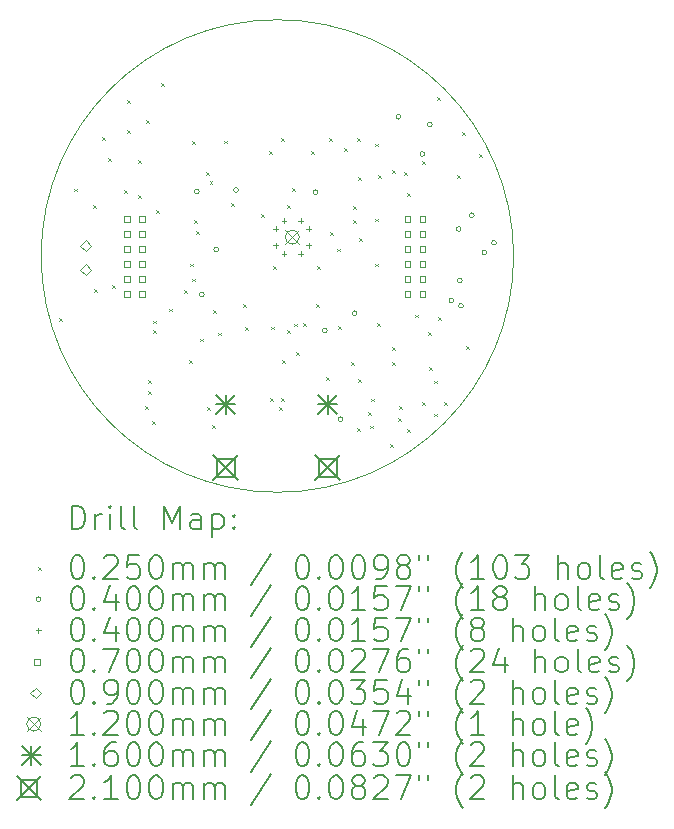
<source format=gbr>
%TF.GenerationSoftware,KiCad,Pcbnew,7.0.7*%
%TF.CreationDate,2024-10-23T00:54:41-07:00*%
%TF.ProjectId,ESP_POE_1.4b,4553505f-504f-4455-9f31-2e34622e6b69,K*%
%TF.SameCoordinates,Original*%
%TF.FileFunction,Drillmap*%
%TF.FilePolarity,Positive*%
%FSLAX45Y45*%
G04 Gerber Fmt 4.5, Leading zero omitted, Abs format (unit mm)*
G04 Created by KiCad (PCBNEW 7.0.7) date 2024-10-23 00:54:41*
%MOMM*%
%LPD*%
G01*
G04 APERTURE LIST*
%ADD10C,0.050000*%
%ADD11C,0.200000*%
%ADD12C,0.025000*%
%ADD13C,0.040000*%
%ADD14C,0.070000*%
%ADD15C,0.090000*%
%ADD16C,0.120000*%
%ADD17C,0.160000*%
%ADD18C,0.210000*%
G04 APERTURE END LIST*
D10*
X11062720Y-14401800D02*
G75*
G03*
X11062720Y-14401800I-2000000J0D01*
G01*
D11*
D12*
X7216340Y-14927780D02*
X7241340Y-14952780D01*
X7241340Y-14927780D02*
X7216340Y-14952780D01*
X7343340Y-13830500D02*
X7368340Y-13855500D01*
X7368340Y-13830500D02*
X7343340Y-13855500D01*
X7498280Y-13972740D02*
X7523280Y-13997740D01*
X7523280Y-13972740D02*
X7498280Y-13997740D01*
X7511470Y-14683940D02*
X7536470Y-14708940D01*
X7536470Y-14683940D02*
X7511470Y-14708940D01*
X7577020Y-13393620D02*
X7602020Y-13418620D01*
X7602020Y-13393620D02*
X7577020Y-13418620D01*
X7625940Y-13569540D02*
X7650940Y-13594540D01*
X7650940Y-13569540D02*
X7625940Y-13594540D01*
X7663380Y-14648380D02*
X7688380Y-14673380D01*
X7688380Y-14648380D02*
X7663380Y-14673380D01*
X7765470Y-13843660D02*
X7790470Y-13868660D01*
X7790470Y-13843660D02*
X7765470Y-13868660D01*
X7785902Y-13335808D02*
X7810902Y-13360808D01*
X7810902Y-13335808D02*
X7785902Y-13360808D01*
X7790380Y-13078660D02*
X7815380Y-13103660D01*
X7815380Y-13078660D02*
X7790380Y-13103660D01*
X7881820Y-13886380D02*
X7906820Y-13911380D01*
X7906820Y-13886380D02*
X7881820Y-13911380D01*
X7886900Y-13586660D02*
X7911900Y-13611660D01*
X7911900Y-13586660D02*
X7886900Y-13611660D01*
X7942780Y-15669460D02*
X7967780Y-15694460D01*
X7967780Y-15669460D02*
X7942780Y-15694460D01*
X7947860Y-13251380D02*
X7972860Y-13276380D01*
X7972860Y-13251380D02*
X7947860Y-13276380D01*
X7964980Y-15542460D02*
X7989980Y-15567460D01*
X7989980Y-15542460D02*
X7964980Y-15567460D01*
X7970060Y-15451020D02*
X7995060Y-15476020D01*
X7995060Y-15451020D02*
X7970060Y-15476020D01*
X8003740Y-15798340D02*
X8028740Y-15823340D01*
X8028740Y-15798340D02*
X8003740Y-15823340D01*
X8013290Y-14948100D02*
X8038290Y-14973100D01*
X8038290Y-14948100D02*
X8013290Y-14973100D01*
X8013910Y-15030748D02*
X8038910Y-15055748D01*
X8038910Y-15030748D02*
X8013910Y-15055748D01*
X8032880Y-14013380D02*
X8057880Y-14038380D01*
X8057880Y-14013380D02*
X8032880Y-14038380D01*
X8079940Y-12936420D02*
X8104940Y-12961420D01*
X8104940Y-12936420D02*
X8079940Y-12961420D01*
X8147860Y-14846500D02*
X8172860Y-14871500D01*
X8172860Y-14846500D02*
X8147860Y-14871500D01*
X8272980Y-14689020D02*
X8297980Y-14714020D01*
X8297980Y-14689020D02*
X8272980Y-14714020D01*
X8313620Y-15281500D02*
X8338620Y-15306500D01*
X8338620Y-15281500D02*
X8313620Y-15306500D01*
X8320580Y-14465500D02*
X8345580Y-14490500D01*
X8345580Y-14465500D02*
X8320580Y-14490500D01*
X8344100Y-13432210D02*
X8369100Y-13457210D01*
X8369100Y-13432210D02*
X8344100Y-13457210D01*
X8344100Y-14592500D02*
X8369100Y-14617500D01*
X8369100Y-14592500D02*
X8344100Y-14617500D01*
X8354260Y-14099740D02*
X8379260Y-14124740D01*
X8379260Y-14099740D02*
X8354260Y-14124740D01*
X8374920Y-14191180D02*
X8399920Y-14216180D01*
X8399920Y-14191180D02*
X8374920Y-14216180D01*
X8410140Y-15100500D02*
X8435140Y-15125500D01*
X8435140Y-15100500D02*
X8410140Y-15125500D01*
X8457113Y-13689653D02*
X8482113Y-13714653D01*
X8482113Y-13689653D02*
X8457113Y-13714653D01*
X8464230Y-15680024D02*
X8489230Y-15705024D01*
X8489230Y-15680024D02*
X8464230Y-15705024D01*
X8488220Y-13766226D02*
X8513220Y-13791226D01*
X8513220Y-13766226D02*
X8488220Y-13791226D01*
X8511740Y-15833900D02*
X8536740Y-15858900D01*
X8536740Y-15833900D02*
X8511740Y-15858900D01*
X8516820Y-14858540D02*
X8541820Y-14883540D01*
X8541820Y-14858540D02*
X8516820Y-14883540D01*
X8562540Y-15049700D02*
X8587540Y-15074700D01*
X8587540Y-15049700D02*
X8562540Y-15074700D01*
X8608260Y-13424260D02*
X8633260Y-13449260D01*
X8633260Y-13424260D02*
X8608260Y-13449260D01*
X8667385Y-13956230D02*
X8692385Y-13981230D01*
X8692385Y-13956230D02*
X8667385Y-13981230D01*
X8770820Y-14805860D02*
X8795820Y-14830860D01*
X8795820Y-14805860D02*
X8770820Y-14830860D01*
X8791140Y-15003980D02*
X8816140Y-15028980D01*
X8816140Y-15003980D02*
X8791140Y-15028980D01*
X8923220Y-14048940D02*
X8948220Y-14073940D01*
X8948220Y-14048940D02*
X8923220Y-14073940D01*
X8995340Y-13515540D02*
X9020340Y-13540540D01*
X9020340Y-13515540D02*
X8995340Y-13540540D01*
X9000290Y-15605440D02*
X9025290Y-15630440D01*
X9025290Y-15605440D02*
X9000290Y-15630440D01*
X9009580Y-14998900D02*
X9034580Y-15023900D01*
X9034580Y-14998900D02*
X9009580Y-15023900D01*
X9023328Y-14484496D02*
X9048328Y-14509496D01*
X9048328Y-14484496D02*
X9023328Y-14509496D01*
X9075620Y-15679620D02*
X9100620Y-15704620D01*
X9100620Y-15679620D02*
X9075620Y-15704620D01*
X9089990Y-15605440D02*
X9114990Y-15630440D01*
X9114990Y-15605440D02*
X9089990Y-15630440D01*
X9095940Y-13401900D02*
X9120940Y-13426900D01*
X9120940Y-13401900D02*
X9095940Y-13426900D01*
X9101070Y-15279624D02*
X9126070Y-15304624D01*
X9126070Y-15279624D02*
X9101070Y-15304624D01*
X9141660Y-13967660D02*
X9166660Y-13992660D01*
X9166660Y-13967660D02*
X9141660Y-13992660D01*
X9141660Y-15029380D02*
X9166660Y-15054380D01*
X9166660Y-15029380D02*
X9141660Y-15054380D01*
X9185856Y-13823540D02*
X9210856Y-13848540D01*
X9210856Y-13823540D02*
X9185856Y-13848540D01*
X9202620Y-14973500D02*
X9227620Y-14998500D01*
X9227620Y-14973500D02*
X9202620Y-14998500D01*
X9217370Y-15215500D02*
X9242370Y-15240500D01*
X9242370Y-15215500D02*
X9217370Y-15240500D01*
X9278820Y-14968420D02*
X9303820Y-14993420D01*
X9303820Y-14968420D02*
X9278820Y-14993420D01*
X9344860Y-13513660D02*
X9369860Y-13538660D01*
X9369860Y-13513660D02*
X9344860Y-13538660D01*
X9388025Y-14808385D02*
X9413025Y-14833385D01*
X9413025Y-14808385D02*
X9388025Y-14833385D01*
X9400740Y-14484450D02*
X9425740Y-14509450D01*
X9425740Y-14484450D02*
X9400740Y-14509450D01*
X9472369Y-15422713D02*
X9497369Y-15447713D01*
X9497369Y-15422713D02*
X9472369Y-15447713D01*
X9502340Y-13403730D02*
X9527340Y-13428730D01*
X9527340Y-13403730D02*
X9502340Y-13428730D01*
X9512500Y-14196260D02*
X9537500Y-14221260D01*
X9537500Y-14196260D02*
X9512500Y-14221260D01*
X9568380Y-14338500D02*
X9593380Y-14363500D01*
X9593380Y-14338500D02*
X9568380Y-14363500D01*
X9573460Y-14990780D02*
X9598460Y-15015780D01*
X9598460Y-14990780D02*
X9573460Y-15015780D01*
X9624260Y-13485060D02*
X9649260Y-13510060D01*
X9649260Y-13485060D02*
X9624260Y-13510060D01*
X9690300Y-15300500D02*
X9715300Y-15325500D01*
X9715300Y-15300500D02*
X9690300Y-15325500D01*
X9700460Y-14094660D02*
X9725460Y-14119660D01*
X9725460Y-14094660D02*
X9700460Y-14119660D01*
X9705540Y-13977820D02*
X9730540Y-14002820D01*
X9730540Y-13977820D02*
X9705540Y-14002820D01*
X9734140Y-15859300D02*
X9759140Y-15884300D01*
X9759140Y-15859300D02*
X9734140Y-15884300D01*
X9736020Y-13403780D02*
X9761020Y-13428780D01*
X9761020Y-13403780D02*
X9736020Y-13428780D01*
X9746180Y-13733980D02*
X9771180Y-13758980D01*
X9771180Y-13733980D02*
X9746180Y-13758980D01*
X9748654Y-15440847D02*
X9773654Y-15465847D01*
X9773654Y-15440847D02*
X9748654Y-15465847D01*
X9756340Y-14250260D02*
X9781340Y-14275260D01*
X9781340Y-14250260D02*
X9756340Y-14275260D01*
X9832540Y-15725340D02*
X9857540Y-15750340D01*
X9857540Y-15725340D02*
X9832540Y-15750340D01*
X9847780Y-15837100D02*
X9872780Y-15862100D01*
X9872780Y-15837100D02*
X9847780Y-15862100D01*
X9857940Y-15608500D02*
X9882940Y-15633500D01*
X9882940Y-15608500D02*
X9857940Y-15633500D01*
X9886300Y-13449500D02*
X9911300Y-13474500D01*
X9911300Y-13449500D02*
X9886300Y-13474500D01*
X9886300Y-14084500D02*
X9911300Y-14109500D01*
X9911300Y-14084500D02*
X9886300Y-14109500D01*
X9886300Y-14465500D02*
X9911300Y-14490500D01*
X9911300Y-14465500D02*
X9886300Y-14490500D01*
X9903811Y-14968403D02*
X9928811Y-14993403D01*
X9928811Y-14968403D02*
X9903811Y-14993403D01*
X9918900Y-13718740D02*
X9943900Y-13743740D01*
X9943900Y-13718740D02*
X9918900Y-13743740D01*
X10012796Y-15991956D02*
X10037796Y-16016956D01*
X10037796Y-15991956D02*
X10012796Y-16016956D01*
X10030660Y-15171620D02*
X10055660Y-15196620D01*
X10055660Y-15171620D02*
X10030660Y-15196620D01*
X10030660Y-15300500D02*
X10055660Y-15325500D01*
X10055660Y-15300500D02*
X10030660Y-15325500D01*
X10036412Y-13674966D02*
X10061412Y-13699966D01*
X10061412Y-13674966D02*
X10036412Y-13699966D01*
X10082029Y-15777510D02*
X10107029Y-15802510D01*
X10107029Y-15777510D02*
X10082029Y-15802510D01*
X10091620Y-15669460D02*
X10116620Y-15694460D01*
X10116620Y-15669460D02*
X10091620Y-15694460D01*
X10137340Y-13690140D02*
X10162340Y-13715140D01*
X10162340Y-13690140D02*
X10137340Y-13715140D01*
X10157660Y-15867580D02*
X10182660Y-15892580D01*
X10182660Y-15867580D02*
X10157660Y-15892580D01*
X10162740Y-13866060D02*
X10187740Y-13891060D01*
X10187740Y-13866060D02*
X10162740Y-13891060D01*
X10226080Y-14897300D02*
X10251080Y-14922300D01*
X10251080Y-14897300D02*
X10226080Y-14922300D01*
X10284744Y-15639064D02*
X10309744Y-15664064D01*
X10309744Y-15639064D02*
X10284744Y-15664064D01*
X10289740Y-13599530D02*
X10314740Y-13624530D01*
X10314740Y-13599530D02*
X10289740Y-13624530D01*
X10335460Y-15044620D02*
X10360460Y-15069620D01*
X10360460Y-15044620D02*
X10335460Y-15069620D01*
X10350700Y-15339260D02*
X10375700Y-15364260D01*
X10375700Y-15339260D02*
X10350700Y-15364260D01*
X10386260Y-15735500D02*
X10411260Y-15760500D01*
X10411260Y-15735500D02*
X10386260Y-15760500D01*
X10391340Y-15456100D02*
X10416340Y-15481100D01*
X10416340Y-15456100D02*
X10391340Y-15481100D01*
X10411660Y-13053260D02*
X10436660Y-13078260D01*
X10436660Y-13053260D02*
X10411660Y-13078260D01*
X10421820Y-14921870D02*
X10446820Y-14946870D01*
X10446820Y-14921870D02*
X10421820Y-14946870D01*
X10470290Y-15638980D02*
X10495290Y-15663980D01*
X10495290Y-15638980D02*
X10470290Y-15663980D01*
X10584380Y-13713660D02*
X10609380Y-13738660D01*
X10609380Y-13713660D02*
X10584380Y-13738660D01*
X10630100Y-13352980D02*
X10655100Y-13377980D01*
X10655100Y-13352980D02*
X10630100Y-13377980D01*
X10660580Y-15164660D02*
X10685580Y-15189660D01*
X10685580Y-15164660D02*
X10660580Y-15189660D01*
X10767260Y-13535860D02*
X10792260Y-13560860D01*
X10792260Y-13535860D02*
X10767260Y-13560860D01*
D13*
X8401095Y-13856920D02*
G75*
G03*
X8401095Y-13856920I-20000J0D01*
G01*
X8442640Y-14726920D02*
G75*
G03*
X8442640Y-14726920I-20000J0D01*
G01*
X8564560Y-14345920D02*
G75*
G03*
X8564560Y-14345920I-20000J0D01*
G01*
X8732870Y-13841730D02*
G75*
G03*
X8732870Y-13841730I-20000J0D01*
G01*
X9405062Y-13861018D02*
G75*
G03*
X9405062Y-13861018I-20000J0D01*
G01*
X9484040Y-15031720D02*
G75*
G03*
X9484040Y-15031720I-20000J0D01*
G01*
X9616120Y-15783560D02*
G75*
G03*
X9616120Y-15783560I-20000J0D01*
G01*
X9738040Y-14885630D02*
G75*
G03*
X9738040Y-14885630I-20000J0D01*
G01*
X10106840Y-13223240D02*
G75*
G03*
X10106840Y-13223240I-20000J0D01*
G01*
X10310398Y-13537819D02*
G75*
G03*
X10310398Y-13537819I-20000J0D01*
G01*
X10373040Y-13289280D02*
G75*
G03*
X10373040Y-13289280I-20000J0D01*
G01*
X10555920Y-14777720D02*
G75*
G03*
X10555920Y-14777720I-20000J0D01*
G01*
X10616880Y-14173200D02*
G75*
G03*
X10616880Y-14173200I-20000J0D01*
G01*
X10627040Y-14610080D02*
G75*
G03*
X10627040Y-14610080I-20000J0D01*
G01*
X10637200Y-14823440D02*
G75*
G03*
X10637200Y-14823440I-20000J0D01*
G01*
X10728640Y-14056560D02*
G75*
G03*
X10728640Y-14056560I-20000J0D01*
G01*
X10835320Y-14371320D02*
G75*
G03*
X10835320Y-14371320I-20000J0D01*
G01*
X10916600Y-14290040D02*
G75*
G03*
X10916600Y-14290040I-20000J0D01*
G01*
X9048800Y-14152000D02*
X9048800Y-14192000D01*
X9028800Y-14172000D02*
X9068800Y-14172000D01*
X9048800Y-14292000D02*
X9048800Y-14332000D01*
X9028800Y-14312000D02*
X9068800Y-14312000D01*
X9118800Y-14082000D02*
X9118800Y-14122000D01*
X9098800Y-14102000D02*
X9138800Y-14102000D01*
X9118800Y-14362000D02*
X9118800Y-14402000D01*
X9098800Y-14382000D02*
X9138800Y-14382000D01*
X9258800Y-14082000D02*
X9258800Y-14122000D01*
X9238800Y-14102000D02*
X9278800Y-14102000D01*
X9258800Y-14362000D02*
X9258800Y-14402000D01*
X9238800Y-14382000D02*
X9278800Y-14382000D01*
X9328800Y-14152000D02*
X9328800Y-14192000D01*
X9308800Y-14172000D02*
X9348800Y-14172000D01*
X9328800Y-14292000D02*
X9328800Y-14332000D01*
X9308800Y-14312000D02*
X9348800Y-14312000D01*
D14*
X7817469Y-14111589D02*
X7817469Y-14062091D01*
X7767971Y-14062091D01*
X7767971Y-14111589D01*
X7817469Y-14111589D01*
X7817469Y-14238589D02*
X7817469Y-14189091D01*
X7767971Y-14189091D01*
X7767971Y-14238589D01*
X7817469Y-14238589D01*
X7817469Y-14365589D02*
X7817469Y-14316091D01*
X7767971Y-14316091D01*
X7767971Y-14365589D01*
X7817469Y-14365589D01*
X7817469Y-14492589D02*
X7817469Y-14443091D01*
X7767971Y-14443091D01*
X7767971Y-14492589D01*
X7817469Y-14492589D01*
X7817469Y-14619589D02*
X7817469Y-14570091D01*
X7767971Y-14570091D01*
X7767971Y-14619589D01*
X7817469Y-14619589D01*
X7817469Y-14746589D02*
X7817469Y-14697091D01*
X7767971Y-14697091D01*
X7767971Y-14746589D01*
X7817469Y-14746589D01*
X7944469Y-14111589D02*
X7944469Y-14062091D01*
X7894971Y-14062091D01*
X7894971Y-14111589D01*
X7944469Y-14111589D01*
X7944469Y-14238589D02*
X7944469Y-14189091D01*
X7894971Y-14189091D01*
X7894971Y-14238589D01*
X7944469Y-14238589D01*
X7944469Y-14365589D02*
X7944469Y-14316091D01*
X7894971Y-14316091D01*
X7894971Y-14365589D01*
X7944469Y-14365589D01*
X7944469Y-14492589D02*
X7944469Y-14443091D01*
X7894971Y-14443091D01*
X7894971Y-14492589D01*
X7944469Y-14492589D01*
X7944469Y-14619589D02*
X7944469Y-14570091D01*
X7894971Y-14570091D01*
X7894971Y-14619589D01*
X7944469Y-14619589D01*
X7944469Y-14746589D02*
X7944469Y-14697091D01*
X7894971Y-14697091D01*
X7894971Y-14746589D01*
X7944469Y-14746589D01*
X10189829Y-14111589D02*
X10189829Y-14062091D01*
X10140331Y-14062091D01*
X10140331Y-14111589D01*
X10189829Y-14111589D01*
X10189829Y-14238589D02*
X10189829Y-14189091D01*
X10140331Y-14189091D01*
X10140331Y-14238589D01*
X10189829Y-14238589D01*
X10189829Y-14365589D02*
X10189829Y-14316091D01*
X10140331Y-14316091D01*
X10140331Y-14365589D01*
X10189829Y-14365589D01*
X10189829Y-14492589D02*
X10189829Y-14443091D01*
X10140331Y-14443091D01*
X10140331Y-14492589D01*
X10189829Y-14492589D01*
X10189829Y-14619589D02*
X10189829Y-14570091D01*
X10140331Y-14570091D01*
X10140331Y-14619589D01*
X10189829Y-14619589D01*
X10189829Y-14746589D02*
X10189829Y-14697091D01*
X10140331Y-14697091D01*
X10140331Y-14746589D01*
X10189829Y-14746589D01*
X10316829Y-14111589D02*
X10316829Y-14062091D01*
X10267331Y-14062091D01*
X10267331Y-14111589D01*
X10316829Y-14111589D01*
X10316829Y-14238589D02*
X10316829Y-14189091D01*
X10267331Y-14189091D01*
X10267331Y-14238589D01*
X10316829Y-14238589D01*
X10316829Y-14365589D02*
X10316829Y-14316091D01*
X10267331Y-14316091D01*
X10267331Y-14365589D01*
X10316829Y-14365589D01*
X10316829Y-14492589D02*
X10316829Y-14443091D01*
X10267331Y-14443091D01*
X10267331Y-14492589D01*
X10316829Y-14492589D01*
X10316829Y-14619589D02*
X10316829Y-14570091D01*
X10267331Y-14570091D01*
X10267331Y-14619589D01*
X10316829Y-14619589D01*
X10316829Y-14746589D02*
X10316829Y-14697091D01*
X10267331Y-14697091D01*
X10267331Y-14746589D01*
X10316829Y-14746589D01*
D15*
X7438952Y-14359805D02*
X7483952Y-14314805D01*
X7438952Y-14269805D01*
X7393952Y-14314805D01*
X7438952Y-14359805D01*
X7439206Y-14562751D02*
X7484206Y-14517751D01*
X7439206Y-14472751D01*
X7394206Y-14517751D01*
X7439206Y-14562751D01*
D16*
X9128800Y-14182000D02*
X9248800Y-14302000D01*
X9248800Y-14182000D02*
X9128800Y-14302000D01*
X9248800Y-14242000D02*
G75*
G03*
X9248800Y-14242000I-60000J0D01*
G01*
D17*
X8545640Y-15578940D02*
X8705640Y-15738940D01*
X8705640Y-15578940D02*
X8545640Y-15738940D01*
X8625640Y-15578940D02*
X8625640Y-15738940D01*
X8545640Y-15658940D02*
X8705640Y-15658940D01*
X9409640Y-15578940D02*
X9569640Y-15738940D01*
X9569640Y-15578940D02*
X9409640Y-15738940D01*
X9489640Y-15578940D02*
X9489640Y-15738940D01*
X9409640Y-15658940D02*
X9569640Y-15658940D01*
D18*
X8520640Y-16089940D02*
X8730640Y-16299940D01*
X8730640Y-16089940D02*
X8520640Y-16299940D01*
X8699887Y-16269187D02*
X8699887Y-16120693D01*
X8551393Y-16120693D01*
X8551393Y-16269187D01*
X8699887Y-16269187D01*
X9384640Y-16089940D02*
X9594640Y-16299940D01*
X9594640Y-16089940D02*
X9384640Y-16299940D01*
X9563887Y-16269187D02*
X9563887Y-16120693D01*
X9415393Y-16120693D01*
X9415393Y-16269187D01*
X9563887Y-16269187D01*
D11*
X7320997Y-16715784D02*
X7320997Y-16515784D01*
X7320997Y-16515784D02*
X7368616Y-16515784D01*
X7368616Y-16515784D02*
X7397187Y-16525308D01*
X7397187Y-16525308D02*
X7416235Y-16544355D01*
X7416235Y-16544355D02*
X7425759Y-16563403D01*
X7425759Y-16563403D02*
X7435282Y-16601498D01*
X7435282Y-16601498D02*
X7435282Y-16630069D01*
X7435282Y-16630069D02*
X7425759Y-16668165D01*
X7425759Y-16668165D02*
X7416235Y-16687212D01*
X7416235Y-16687212D02*
X7397187Y-16706260D01*
X7397187Y-16706260D02*
X7368616Y-16715784D01*
X7368616Y-16715784D02*
X7320997Y-16715784D01*
X7520997Y-16715784D02*
X7520997Y-16582450D01*
X7520997Y-16620546D02*
X7530521Y-16601498D01*
X7530521Y-16601498D02*
X7540044Y-16591974D01*
X7540044Y-16591974D02*
X7559092Y-16582450D01*
X7559092Y-16582450D02*
X7578140Y-16582450D01*
X7644806Y-16715784D02*
X7644806Y-16582450D01*
X7644806Y-16515784D02*
X7635282Y-16525308D01*
X7635282Y-16525308D02*
X7644806Y-16534831D01*
X7644806Y-16534831D02*
X7654330Y-16525308D01*
X7654330Y-16525308D02*
X7644806Y-16515784D01*
X7644806Y-16515784D02*
X7644806Y-16534831D01*
X7768616Y-16715784D02*
X7749568Y-16706260D01*
X7749568Y-16706260D02*
X7740044Y-16687212D01*
X7740044Y-16687212D02*
X7740044Y-16515784D01*
X7873378Y-16715784D02*
X7854330Y-16706260D01*
X7854330Y-16706260D02*
X7844806Y-16687212D01*
X7844806Y-16687212D02*
X7844806Y-16515784D01*
X8101949Y-16715784D02*
X8101949Y-16515784D01*
X8101949Y-16515784D02*
X8168616Y-16658641D01*
X8168616Y-16658641D02*
X8235282Y-16515784D01*
X8235282Y-16515784D02*
X8235282Y-16715784D01*
X8416235Y-16715784D02*
X8416235Y-16611022D01*
X8416235Y-16611022D02*
X8406711Y-16591974D01*
X8406711Y-16591974D02*
X8387663Y-16582450D01*
X8387663Y-16582450D02*
X8349568Y-16582450D01*
X8349568Y-16582450D02*
X8330521Y-16591974D01*
X8416235Y-16706260D02*
X8397187Y-16715784D01*
X8397187Y-16715784D02*
X8349568Y-16715784D01*
X8349568Y-16715784D02*
X8330521Y-16706260D01*
X8330521Y-16706260D02*
X8320997Y-16687212D01*
X8320997Y-16687212D02*
X8320997Y-16668165D01*
X8320997Y-16668165D02*
X8330521Y-16649117D01*
X8330521Y-16649117D02*
X8349568Y-16639593D01*
X8349568Y-16639593D02*
X8397187Y-16639593D01*
X8397187Y-16639593D02*
X8416235Y-16630069D01*
X8511473Y-16582450D02*
X8511473Y-16782450D01*
X8511473Y-16591974D02*
X8530521Y-16582450D01*
X8530521Y-16582450D02*
X8568616Y-16582450D01*
X8568616Y-16582450D02*
X8587664Y-16591974D01*
X8587664Y-16591974D02*
X8597187Y-16601498D01*
X8597187Y-16601498D02*
X8606711Y-16620546D01*
X8606711Y-16620546D02*
X8606711Y-16677688D01*
X8606711Y-16677688D02*
X8597187Y-16696736D01*
X8597187Y-16696736D02*
X8587664Y-16706260D01*
X8587664Y-16706260D02*
X8568616Y-16715784D01*
X8568616Y-16715784D02*
X8530521Y-16715784D01*
X8530521Y-16715784D02*
X8511473Y-16706260D01*
X8692425Y-16696736D02*
X8701949Y-16706260D01*
X8701949Y-16706260D02*
X8692425Y-16715784D01*
X8692425Y-16715784D02*
X8682902Y-16706260D01*
X8682902Y-16706260D02*
X8692425Y-16696736D01*
X8692425Y-16696736D02*
X8692425Y-16715784D01*
X8692425Y-16591974D02*
X8701949Y-16601498D01*
X8701949Y-16601498D02*
X8692425Y-16611022D01*
X8692425Y-16611022D02*
X8682902Y-16601498D01*
X8682902Y-16601498D02*
X8692425Y-16591974D01*
X8692425Y-16591974D02*
X8692425Y-16611022D01*
D12*
X7035220Y-17031800D02*
X7060220Y-17056800D01*
X7060220Y-17031800D02*
X7035220Y-17056800D01*
D11*
X7359092Y-16935784D02*
X7378140Y-16935784D01*
X7378140Y-16935784D02*
X7397187Y-16945308D01*
X7397187Y-16945308D02*
X7406711Y-16954831D01*
X7406711Y-16954831D02*
X7416235Y-16973879D01*
X7416235Y-16973879D02*
X7425759Y-17011974D01*
X7425759Y-17011974D02*
X7425759Y-17059593D01*
X7425759Y-17059593D02*
X7416235Y-17097689D01*
X7416235Y-17097689D02*
X7406711Y-17116736D01*
X7406711Y-17116736D02*
X7397187Y-17126260D01*
X7397187Y-17126260D02*
X7378140Y-17135784D01*
X7378140Y-17135784D02*
X7359092Y-17135784D01*
X7359092Y-17135784D02*
X7340044Y-17126260D01*
X7340044Y-17126260D02*
X7330521Y-17116736D01*
X7330521Y-17116736D02*
X7320997Y-17097689D01*
X7320997Y-17097689D02*
X7311473Y-17059593D01*
X7311473Y-17059593D02*
X7311473Y-17011974D01*
X7311473Y-17011974D02*
X7320997Y-16973879D01*
X7320997Y-16973879D02*
X7330521Y-16954831D01*
X7330521Y-16954831D02*
X7340044Y-16945308D01*
X7340044Y-16945308D02*
X7359092Y-16935784D01*
X7511473Y-17116736D02*
X7520997Y-17126260D01*
X7520997Y-17126260D02*
X7511473Y-17135784D01*
X7511473Y-17135784D02*
X7501949Y-17126260D01*
X7501949Y-17126260D02*
X7511473Y-17116736D01*
X7511473Y-17116736D02*
X7511473Y-17135784D01*
X7597187Y-16954831D02*
X7606711Y-16945308D01*
X7606711Y-16945308D02*
X7625759Y-16935784D01*
X7625759Y-16935784D02*
X7673378Y-16935784D01*
X7673378Y-16935784D02*
X7692425Y-16945308D01*
X7692425Y-16945308D02*
X7701949Y-16954831D01*
X7701949Y-16954831D02*
X7711473Y-16973879D01*
X7711473Y-16973879D02*
X7711473Y-16992927D01*
X7711473Y-16992927D02*
X7701949Y-17021498D01*
X7701949Y-17021498D02*
X7587663Y-17135784D01*
X7587663Y-17135784D02*
X7711473Y-17135784D01*
X7892425Y-16935784D02*
X7797187Y-16935784D01*
X7797187Y-16935784D02*
X7787663Y-17031022D01*
X7787663Y-17031022D02*
X7797187Y-17021498D01*
X7797187Y-17021498D02*
X7816235Y-17011974D01*
X7816235Y-17011974D02*
X7863854Y-17011974D01*
X7863854Y-17011974D02*
X7882902Y-17021498D01*
X7882902Y-17021498D02*
X7892425Y-17031022D01*
X7892425Y-17031022D02*
X7901949Y-17050070D01*
X7901949Y-17050070D02*
X7901949Y-17097689D01*
X7901949Y-17097689D02*
X7892425Y-17116736D01*
X7892425Y-17116736D02*
X7882902Y-17126260D01*
X7882902Y-17126260D02*
X7863854Y-17135784D01*
X7863854Y-17135784D02*
X7816235Y-17135784D01*
X7816235Y-17135784D02*
X7797187Y-17126260D01*
X7797187Y-17126260D02*
X7787663Y-17116736D01*
X8025759Y-16935784D02*
X8044806Y-16935784D01*
X8044806Y-16935784D02*
X8063854Y-16945308D01*
X8063854Y-16945308D02*
X8073378Y-16954831D01*
X8073378Y-16954831D02*
X8082902Y-16973879D01*
X8082902Y-16973879D02*
X8092425Y-17011974D01*
X8092425Y-17011974D02*
X8092425Y-17059593D01*
X8092425Y-17059593D02*
X8082902Y-17097689D01*
X8082902Y-17097689D02*
X8073378Y-17116736D01*
X8073378Y-17116736D02*
X8063854Y-17126260D01*
X8063854Y-17126260D02*
X8044806Y-17135784D01*
X8044806Y-17135784D02*
X8025759Y-17135784D01*
X8025759Y-17135784D02*
X8006711Y-17126260D01*
X8006711Y-17126260D02*
X7997187Y-17116736D01*
X7997187Y-17116736D02*
X7987663Y-17097689D01*
X7987663Y-17097689D02*
X7978140Y-17059593D01*
X7978140Y-17059593D02*
X7978140Y-17011974D01*
X7978140Y-17011974D02*
X7987663Y-16973879D01*
X7987663Y-16973879D02*
X7997187Y-16954831D01*
X7997187Y-16954831D02*
X8006711Y-16945308D01*
X8006711Y-16945308D02*
X8025759Y-16935784D01*
X8178140Y-17135784D02*
X8178140Y-17002450D01*
X8178140Y-17021498D02*
X8187663Y-17011974D01*
X8187663Y-17011974D02*
X8206711Y-17002450D01*
X8206711Y-17002450D02*
X8235283Y-17002450D01*
X8235283Y-17002450D02*
X8254330Y-17011974D01*
X8254330Y-17011974D02*
X8263854Y-17031022D01*
X8263854Y-17031022D02*
X8263854Y-17135784D01*
X8263854Y-17031022D02*
X8273378Y-17011974D01*
X8273378Y-17011974D02*
X8292425Y-17002450D01*
X8292425Y-17002450D02*
X8320997Y-17002450D01*
X8320997Y-17002450D02*
X8340044Y-17011974D01*
X8340044Y-17011974D02*
X8349568Y-17031022D01*
X8349568Y-17031022D02*
X8349568Y-17135784D01*
X8444806Y-17135784D02*
X8444806Y-17002450D01*
X8444806Y-17021498D02*
X8454330Y-17011974D01*
X8454330Y-17011974D02*
X8473378Y-17002450D01*
X8473378Y-17002450D02*
X8501949Y-17002450D01*
X8501949Y-17002450D02*
X8520997Y-17011974D01*
X8520997Y-17011974D02*
X8530521Y-17031022D01*
X8530521Y-17031022D02*
X8530521Y-17135784D01*
X8530521Y-17031022D02*
X8540045Y-17011974D01*
X8540045Y-17011974D02*
X8559092Y-17002450D01*
X8559092Y-17002450D02*
X8587664Y-17002450D01*
X8587664Y-17002450D02*
X8606711Y-17011974D01*
X8606711Y-17011974D02*
X8616235Y-17031022D01*
X8616235Y-17031022D02*
X8616235Y-17135784D01*
X9006711Y-16926260D02*
X8835283Y-17183403D01*
X9263854Y-16935784D02*
X9282902Y-16935784D01*
X9282902Y-16935784D02*
X9301949Y-16945308D01*
X9301949Y-16945308D02*
X9311473Y-16954831D01*
X9311473Y-16954831D02*
X9320997Y-16973879D01*
X9320997Y-16973879D02*
X9330521Y-17011974D01*
X9330521Y-17011974D02*
X9330521Y-17059593D01*
X9330521Y-17059593D02*
X9320997Y-17097689D01*
X9320997Y-17097689D02*
X9311473Y-17116736D01*
X9311473Y-17116736D02*
X9301949Y-17126260D01*
X9301949Y-17126260D02*
X9282902Y-17135784D01*
X9282902Y-17135784D02*
X9263854Y-17135784D01*
X9263854Y-17135784D02*
X9244807Y-17126260D01*
X9244807Y-17126260D02*
X9235283Y-17116736D01*
X9235283Y-17116736D02*
X9225759Y-17097689D01*
X9225759Y-17097689D02*
X9216235Y-17059593D01*
X9216235Y-17059593D02*
X9216235Y-17011974D01*
X9216235Y-17011974D02*
X9225759Y-16973879D01*
X9225759Y-16973879D02*
X9235283Y-16954831D01*
X9235283Y-16954831D02*
X9244807Y-16945308D01*
X9244807Y-16945308D02*
X9263854Y-16935784D01*
X9416235Y-17116736D02*
X9425759Y-17126260D01*
X9425759Y-17126260D02*
X9416235Y-17135784D01*
X9416235Y-17135784D02*
X9406711Y-17126260D01*
X9406711Y-17126260D02*
X9416235Y-17116736D01*
X9416235Y-17116736D02*
X9416235Y-17135784D01*
X9549568Y-16935784D02*
X9568616Y-16935784D01*
X9568616Y-16935784D02*
X9587664Y-16945308D01*
X9587664Y-16945308D02*
X9597188Y-16954831D01*
X9597188Y-16954831D02*
X9606711Y-16973879D01*
X9606711Y-16973879D02*
X9616235Y-17011974D01*
X9616235Y-17011974D02*
X9616235Y-17059593D01*
X9616235Y-17059593D02*
X9606711Y-17097689D01*
X9606711Y-17097689D02*
X9597188Y-17116736D01*
X9597188Y-17116736D02*
X9587664Y-17126260D01*
X9587664Y-17126260D02*
X9568616Y-17135784D01*
X9568616Y-17135784D02*
X9549568Y-17135784D01*
X9549568Y-17135784D02*
X9530521Y-17126260D01*
X9530521Y-17126260D02*
X9520997Y-17116736D01*
X9520997Y-17116736D02*
X9511473Y-17097689D01*
X9511473Y-17097689D02*
X9501949Y-17059593D01*
X9501949Y-17059593D02*
X9501949Y-17011974D01*
X9501949Y-17011974D02*
X9511473Y-16973879D01*
X9511473Y-16973879D02*
X9520997Y-16954831D01*
X9520997Y-16954831D02*
X9530521Y-16945308D01*
X9530521Y-16945308D02*
X9549568Y-16935784D01*
X9740045Y-16935784D02*
X9759092Y-16935784D01*
X9759092Y-16935784D02*
X9778140Y-16945308D01*
X9778140Y-16945308D02*
X9787664Y-16954831D01*
X9787664Y-16954831D02*
X9797188Y-16973879D01*
X9797188Y-16973879D02*
X9806711Y-17011974D01*
X9806711Y-17011974D02*
X9806711Y-17059593D01*
X9806711Y-17059593D02*
X9797188Y-17097689D01*
X9797188Y-17097689D02*
X9787664Y-17116736D01*
X9787664Y-17116736D02*
X9778140Y-17126260D01*
X9778140Y-17126260D02*
X9759092Y-17135784D01*
X9759092Y-17135784D02*
X9740045Y-17135784D01*
X9740045Y-17135784D02*
X9720997Y-17126260D01*
X9720997Y-17126260D02*
X9711473Y-17116736D01*
X9711473Y-17116736D02*
X9701949Y-17097689D01*
X9701949Y-17097689D02*
X9692426Y-17059593D01*
X9692426Y-17059593D02*
X9692426Y-17011974D01*
X9692426Y-17011974D02*
X9701949Y-16973879D01*
X9701949Y-16973879D02*
X9711473Y-16954831D01*
X9711473Y-16954831D02*
X9720997Y-16945308D01*
X9720997Y-16945308D02*
X9740045Y-16935784D01*
X9901949Y-17135784D02*
X9940045Y-17135784D01*
X9940045Y-17135784D02*
X9959092Y-17126260D01*
X9959092Y-17126260D02*
X9968616Y-17116736D01*
X9968616Y-17116736D02*
X9987664Y-17088165D01*
X9987664Y-17088165D02*
X9997188Y-17050070D01*
X9997188Y-17050070D02*
X9997188Y-16973879D01*
X9997188Y-16973879D02*
X9987664Y-16954831D01*
X9987664Y-16954831D02*
X9978140Y-16945308D01*
X9978140Y-16945308D02*
X9959092Y-16935784D01*
X9959092Y-16935784D02*
X9920997Y-16935784D01*
X9920997Y-16935784D02*
X9901949Y-16945308D01*
X9901949Y-16945308D02*
X9892426Y-16954831D01*
X9892426Y-16954831D02*
X9882902Y-16973879D01*
X9882902Y-16973879D02*
X9882902Y-17021498D01*
X9882902Y-17021498D02*
X9892426Y-17040546D01*
X9892426Y-17040546D02*
X9901949Y-17050070D01*
X9901949Y-17050070D02*
X9920997Y-17059593D01*
X9920997Y-17059593D02*
X9959092Y-17059593D01*
X9959092Y-17059593D02*
X9978140Y-17050070D01*
X9978140Y-17050070D02*
X9987664Y-17040546D01*
X9987664Y-17040546D02*
X9997188Y-17021498D01*
X10111473Y-17021498D02*
X10092426Y-17011974D01*
X10092426Y-17011974D02*
X10082902Y-17002450D01*
X10082902Y-17002450D02*
X10073378Y-16983403D01*
X10073378Y-16983403D02*
X10073378Y-16973879D01*
X10073378Y-16973879D02*
X10082902Y-16954831D01*
X10082902Y-16954831D02*
X10092426Y-16945308D01*
X10092426Y-16945308D02*
X10111473Y-16935784D01*
X10111473Y-16935784D02*
X10149569Y-16935784D01*
X10149569Y-16935784D02*
X10168616Y-16945308D01*
X10168616Y-16945308D02*
X10178140Y-16954831D01*
X10178140Y-16954831D02*
X10187664Y-16973879D01*
X10187664Y-16973879D02*
X10187664Y-16983403D01*
X10187664Y-16983403D02*
X10178140Y-17002450D01*
X10178140Y-17002450D02*
X10168616Y-17011974D01*
X10168616Y-17011974D02*
X10149569Y-17021498D01*
X10149569Y-17021498D02*
X10111473Y-17021498D01*
X10111473Y-17021498D02*
X10092426Y-17031022D01*
X10092426Y-17031022D02*
X10082902Y-17040546D01*
X10082902Y-17040546D02*
X10073378Y-17059593D01*
X10073378Y-17059593D02*
X10073378Y-17097689D01*
X10073378Y-17097689D02*
X10082902Y-17116736D01*
X10082902Y-17116736D02*
X10092426Y-17126260D01*
X10092426Y-17126260D02*
X10111473Y-17135784D01*
X10111473Y-17135784D02*
X10149569Y-17135784D01*
X10149569Y-17135784D02*
X10168616Y-17126260D01*
X10168616Y-17126260D02*
X10178140Y-17116736D01*
X10178140Y-17116736D02*
X10187664Y-17097689D01*
X10187664Y-17097689D02*
X10187664Y-17059593D01*
X10187664Y-17059593D02*
X10178140Y-17040546D01*
X10178140Y-17040546D02*
X10168616Y-17031022D01*
X10168616Y-17031022D02*
X10149569Y-17021498D01*
X10263854Y-16935784D02*
X10263854Y-16973879D01*
X10340045Y-16935784D02*
X10340045Y-16973879D01*
X10635283Y-17211974D02*
X10625759Y-17202450D01*
X10625759Y-17202450D02*
X10606711Y-17173879D01*
X10606711Y-17173879D02*
X10597188Y-17154831D01*
X10597188Y-17154831D02*
X10587664Y-17126260D01*
X10587664Y-17126260D02*
X10578140Y-17078641D01*
X10578140Y-17078641D02*
X10578140Y-17040546D01*
X10578140Y-17040546D02*
X10587664Y-16992927D01*
X10587664Y-16992927D02*
X10597188Y-16964355D01*
X10597188Y-16964355D02*
X10606711Y-16945308D01*
X10606711Y-16945308D02*
X10625759Y-16916736D01*
X10625759Y-16916736D02*
X10635283Y-16907212D01*
X10816235Y-17135784D02*
X10701950Y-17135784D01*
X10759092Y-17135784D02*
X10759092Y-16935784D01*
X10759092Y-16935784D02*
X10740045Y-16964355D01*
X10740045Y-16964355D02*
X10720997Y-16983403D01*
X10720997Y-16983403D02*
X10701950Y-16992927D01*
X10940045Y-16935784D02*
X10959092Y-16935784D01*
X10959092Y-16935784D02*
X10978140Y-16945308D01*
X10978140Y-16945308D02*
X10987664Y-16954831D01*
X10987664Y-16954831D02*
X10997188Y-16973879D01*
X10997188Y-16973879D02*
X11006711Y-17011974D01*
X11006711Y-17011974D02*
X11006711Y-17059593D01*
X11006711Y-17059593D02*
X10997188Y-17097689D01*
X10997188Y-17097689D02*
X10987664Y-17116736D01*
X10987664Y-17116736D02*
X10978140Y-17126260D01*
X10978140Y-17126260D02*
X10959092Y-17135784D01*
X10959092Y-17135784D02*
X10940045Y-17135784D01*
X10940045Y-17135784D02*
X10920997Y-17126260D01*
X10920997Y-17126260D02*
X10911473Y-17116736D01*
X10911473Y-17116736D02*
X10901950Y-17097689D01*
X10901950Y-17097689D02*
X10892426Y-17059593D01*
X10892426Y-17059593D02*
X10892426Y-17011974D01*
X10892426Y-17011974D02*
X10901950Y-16973879D01*
X10901950Y-16973879D02*
X10911473Y-16954831D01*
X10911473Y-16954831D02*
X10920997Y-16945308D01*
X10920997Y-16945308D02*
X10940045Y-16935784D01*
X11073378Y-16935784D02*
X11197188Y-16935784D01*
X11197188Y-16935784D02*
X11130521Y-17011974D01*
X11130521Y-17011974D02*
X11159092Y-17011974D01*
X11159092Y-17011974D02*
X11178140Y-17021498D01*
X11178140Y-17021498D02*
X11187664Y-17031022D01*
X11187664Y-17031022D02*
X11197188Y-17050070D01*
X11197188Y-17050070D02*
X11197188Y-17097689D01*
X11197188Y-17097689D02*
X11187664Y-17116736D01*
X11187664Y-17116736D02*
X11178140Y-17126260D01*
X11178140Y-17126260D02*
X11159092Y-17135784D01*
X11159092Y-17135784D02*
X11101950Y-17135784D01*
X11101950Y-17135784D02*
X11082902Y-17126260D01*
X11082902Y-17126260D02*
X11073378Y-17116736D01*
X11435283Y-17135784D02*
X11435283Y-16935784D01*
X11520997Y-17135784D02*
X11520997Y-17031022D01*
X11520997Y-17031022D02*
X11511473Y-17011974D01*
X11511473Y-17011974D02*
X11492426Y-17002450D01*
X11492426Y-17002450D02*
X11463854Y-17002450D01*
X11463854Y-17002450D02*
X11444807Y-17011974D01*
X11444807Y-17011974D02*
X11435283Y-17021498D01*
X11644807Y-17135784D02*
X11625759Y-17126260D01*
X11625759Y-17126260D02*
X11616235Y-17116736D01*
X11616235Y-17116736D02*
X11606711Y-17097689D01*
X11606711Y-17097689D02*
X11606711Y-17040546D01*
X11606711Y-17040546D02*
X11616235Y-17021498D01*
X11616235Y-17021498D02*
X11625759Y-17011974D01*
X11625759Y-17011974D02*
X11644807Y-17002450D01*
X11644807Y-17002450D02*
X11673378Y-17002450D01*
X11673378Y-17002450D02*
X11692426Y-17011974D01*
X11692426Y-17011974D02*
X11701950Y-17021498D01*
X11701950Y-17021498D02*
X11711473Y-17040546D01*
X11711473Y-17040546D02*
X11711473Y-17097689D01*
X11711473Y-17097689D02*
X11701950Y-17116736D01*
X11701950Y-17116736D02*
X11692426Y-17126260D01*
X11692426Y-17126260D02*
X11673378Y-17135784D01*
X11673378Y-17135784D02*
X11644807Y-17135784D01*
X11825759Y-17135784D02*
X11806711Y-17126260D01*
X11806711Y-17126260D02*
X11797188Y-17107212D01*
X11797188Y-17107212D02*
X11797188Y-16935784D01*
X11978140Y-17126260D02*
X11959092Y-17135784D01*
X11959092Y-17135784D02*
X11920997Y-17135784D01*
X11920997Y-17135784D02*
X11901950Y-17126260D01*
X11901950Y-17126260D02*
X11892426Y-17107212D01*
X11892426Y-17107212D02*
X11892426Y-17031022D01*
X11892426Y-17031022D02*
X11901950Y-17011974D01*
X11901950Y-17011974D02*
X11920997Y-17002450D01*
X11920997Y-17002450D02*
X11959092Y-17002450D01*
X11959092Y-17002450D02*
X11978140Y-17011974D01*
X11978140Y-17011974D02*
X11987664Y-17031022D01*
X11987664Y-17031022D02*
X11987664Y-17050070D01*
X11987664Y-17050070D02*
X11892426Y-17069117D01*
X12063854Y-17126260D02*
X12082902Y-17135784D01*
X12082902Y-17135784D02*
X12120997Y-17135784D01*
X12120997Y-17135784D02*
X12140045Y-17126260D01*
X12140045Y-17126260D02*
X12149569Y-17107212D01*
X12149569Y-17107212D02*
X12149569Y-17097689D01*
X12149569Y-17097689D02*
X12140045Y-17078641D01*
X12140045Y-17078641D02*
X12120997Y-17069117D01*
X12120997Y-17069117D02*
X12092426Y-17069117D01*
X12092426Y-17069117D02*
X12073378Y-17059593D01*
X12073378Y-17059593D02*
X12063854Y-17040546D01*
X12063854Y-17040546D02*
X12063854Y-17031022D01*
X12063854Y-17031022D02*
X12073378Y-17011974D01*
X12073378Y-17011974D02*
X12092426Y-17002450D01*
X12092426Y-17002450D02*
X12120997Y-17002450D01*
X12120997Y-17002450D02*
X12140045Y-17011974D01*
X12216235Y-17211974D02*
X12225759Y-17202450D01*
X12225759Y-17202450D02*
X12244807Y-17173879D01*
X12244807Y-17173879D02*
X12254331Y-17154831D01*
X12254331Y-17154831D02*
X12263854Y-17126260D01*
X12263854Y-17126260D02*
X12273378Y-17078641D01*
X12273378Y-17078641D02*
X12273378Y-17040546D01*
X12273378Y-17040546D02*
X12263854Y-16992927D01*
X12263854Y-16992927D02*
X12254331Y-16964355D01*
X12254331Y-16964355D02*
X12244807Y-16945308D01*
X12244807Y-16945308D02*
X12225759Y-16916736D01*
X12225759Y-16916736D02*
X12216235Y-16907212D01*
D13*
X7060220Y-17308300D02*
G75*
G03*
X7060220Y-17308300I-20000J0D01*
G01*
D11*
X7359092Y-17199784D02*
X7378140Y-17199784D01*
X7378140Y-17199784D02*
X7397187Y-17209308D01*
X7397187Y-17209308D02*
X7406711Y-17218831D01*
X7406711Y-17218831D02*
X7416235Y-17237879D01*
X7416235Y-17237879D02*
X7425759Y-17275974D01*
X7425759Y-17275974D02*
X7425759Y-17323593D01*
X7425759Y-17323593D02*
X7416235Y-17361689D01*
X7416235Y-17361689D02*
X7406711Y-17380736D01*
X7406711Y-17380736D02*
X7397187Y-17390260D01*
X7397187Y-17390260D02*
X7378140Y-17399784D01*
X7378140Y-17399784D02*
X7359092Y-17399784D01*
X7359092Y-17399784D02*
X7340044Y-17390260D01*
X7340044Y-17390260D02*
X7330521Y-17380736D01*
X7330521Y-17380736D02*
X7320997Y-17361689D01*
X7320997Y-17361689D02*
X7311473Y-17323593D01*
X7311473Y-17323593D02*
X7311473Y-17275974D01*
X7311473Y-17275974D02*
X7320997Y-17237879D01*
X7320997Y-17237879D02*
X7330521Y-17218831D01*
X7330521Y-17218831D02*
X7340044Y-17209308D01*
X7340044Y-17209308D02*
X7359092Y-17199784D01*
X7511473Y-17380736D02*
X7520997Y-17390260D01*
X7520997Y-17390260D02*
X7511473Y-17399784D01*
X7511473Y-17399784D02*
X7501949Y-17390260D01*
X7501949Y-17390260D02*
X7511473Y-17380736D01*
X7511473Y-17380736D02*
X7511473Y-17399784D01*
X7692425Y-17266450D02*
X7692425Y-17399784D01*
X7644806Y-17190260D02*
X7597187Y-17333117D01*
X7597187Y-17333117D02*
X7720997Y-17333117D01*
X7835282Y-17199784D02*
X7854330Y-17199784D01*
X7854330Y-17199784D02*
X7873378Y-17209308D01*
X7873378Y-17209308D02*
X7882902Y-17218831D01*
X7882902Y-17218831D02*
X7892425Y-17237879D01*
X7892425Y-17237879D02*
X7901949Y-17275974D01*
X7901949Y-17275974D02*
X7901949Y-17323593D01*
X7901949Y-17323593D02*
X7892425Y-17361689D01*
X7892425Y-17361689D02*
X7882902Y-17380736D01*
X7882902Y-17380736D02*
X7873378Y-17390260D01*
X7873378Y-17390260D02*
X7854330Y-17399784D01*
X7854330Y-17399784D02*
X7835282Y-17399784D01*
X7835282Y-17399784D02*
X7816235Y-17390260D01*
X7816235Y-17390260D02*
X7806711Y-17380736D01*
X7806711Y-17380736D02*
X7797187Y-17361689D01*
X7797187Y-17361689D02*
X7787663Y-17323593D01*
X7787663Y-17323593D02*
X7787663Y-17275974D01*
X7787663Y-17275974D02*
X7797187Y-17237879D01*
X7797187Y-17237879D02*
X7806711Y-17218831D01*
X7806711Y-17218831D02*
X7816235Y-17209308D01*
X7816235Y-17209308D02*
X7835282Y-17199784D01*
X8025759Y-17199784D02*
X8044806Y-17199784D01*
X8044806Y-17199784D02*
X8063854Y-17209308D01*
X8063854Y-17209308D02*
X8073378Y-17218831D01*
X8073378Y-17218831D02*
X8082902Y-17237879D01*
X8082902Y-17237879D02*
X8092425Y-17275974D01*
X8092425Y-17275974D02*
X8092425Y-17323593D01*
X8092425Y-17323593D02*
X8082902Y-17361689D01*
X8082902Y-17361689D02*
X8073378Y-17380736D01*
X8073378Y-17380736D02*
X8063854Y-17390260D01*
X8063854Y-17390260D02*
X8044806Y-17399784D01*
X8044806Y-17399784D02*
X8025759Y-17399784D01*
X8025759Y-17399784D02*
X8006711Y-17390260D01*
X8006711Y-17390260D02*
X7997187Y-17380736D01*
X7997187Y-17380736D02*
X7987663Y-17361689D01*
X7987663Y-17361689D02*
X7978140Y-17323593D01*
X7978140Y-17323593D02*
X7978140Y-17275974D01*
X7978140Y-17275974D02*
X7987663Y-17237879D01*
X7987663Y-17237879D02*
X7997187Y-17218831D01*
X7997187Y-17218831D02*
X8006711Y-17209308D01*
X8006711Y-17209308D02*
X8025759Y-17199784D01*
X8178140Y-17399784D02*
X8178140Y-17266450D01*
X8178140Y-17285498D02*
X8187663Y-17275974D01*
X8187663Y-17275974D02*
X8206711Y-17266450D01*
X8206711Y-17266450D02*
X8235283Y-17266450D01*
X8235283Y-17266450D02*
X8254330Y-17275974D01*
X8254330Y-17275974D02*
X8263854Y-17295022D01*
X8263854Y-17295022D02*
X8263854Y-17399784D01*
X8263854Y-17295022D02*
X8273378Y-17275974D01*
X8273378Y-17275974D02*
X8292425Y-17266450D01*
X8292425Y-17266450D02*
X8320997Y-17266450D01*
X8320997Y-17266450D02*
X8340044Y-17275974D01*
X8340044Y-17275974D02*
X8349568Y-17295022D01*
X8349568Y-17295022D02*
X8349568Y-17399784D01*
X8444806Y-17399784D02*
X8444806Y-17266450D01*
X8444806Y-17285498D02*
X8454330Y-17275974D01*
X8454330Y-17275974D02*
X8473378Y-17266450D01*
X8473378Y-17266450D02*
X8501949Y-17266450D01*
X8501949Y-17266450D02*
X8520997Y-17275974D01*
X8520997Y-17275974D02*
X8530521Y-17295022D01*
X8530521Y-17295022D02*
X8530521Y-17399784D01*
X8530521Y-17295022D02*
X8540045Y-17275974D01*
X8540045Y-17275974D02*
X8559092Y-17266450D01*
X8559092Y-17266450D02*
X8587664Y-17266450D01*
X8587664Y-17266450D02*
X8606711Y-17275974D01*
X8606711Y-17275974D02*
X8616235Y-17295022D01*
X8616235Y-17295022D02*
X8616235Y-17399784D01*
X9006711Y-17190260D02*
X8835283Y-17447403D01*
X9263854Y-17199784D02*
X9282902Y-17199784D01*
X9282902Y-17199784D02*
X9301949Y-17209308D01*
X9301949Y-17209308D02*
X9311473Y-17218831D01*
X9311473Y-17218831D02*
X9320997Y-17237879D01*
X9320997Y-17237879D02*
X9330521Y-17275974D01*
X9330521Y-17275974D02*
X9330521Y-17323593D01*
X9330521Y-17323593D02*
X9320997Y-17361689D01*
X9320997Y-17361689D02*
X9311473Y-17380736D01*
X9311473Y-17380736D02*
X9301949Y-17390260D01*
X9301949Y-17390260D02*
X9282902Y-17399784D01*
X9282902Y-17399784D02*
X9263854Y-17399784D01*
X9263854Y-17399784D02*
X9244807Y-17390260D01*
X9244807Y-17390260D02*
X9235283Y-17380736D01*
X9235283Y-17380736D02*
X9225759Y-17361689D01*
X9225759Y-17361689D02*
X9216235Y-17323593D01*
X9216235Y-17323593D02*
X9216235Y-17275974D01*
X9216235Y-17275974D02*
X9225759Y-17237879D01*
X9225759Y-17237879D02*
X9235283Y-17218831D01*
X9235283Y-17218831D02*
X9244807Y-17209308D01*
X9244807Y-17209308D02*
X9263854Y-17199784D01*
X9416235Y-17380736D02*
X9425759Y-17390260D01*
X9425759Y-17390260D02*
X9416235Y-17399784D01*
X9416235Y-17399784D02*
X9406711Y-17390260D01*
X9406711Y-17390260D02*
X9416235Y-17380736D01*
X9416235Y-17380736D02*
X9416235Y-17399784D01*
X9549568Y-17199784D02*
X9568616Y-17199784D01*
X9568616Y-17199784D02*
X9587664Y-17209308D01*
X9587664Y-17209308D02*
X9597188Y-17218831D01*
X9597188Y-17218831D02*
X9606711Y-17237879D01*
X9606711Y-17237879D02*
X9616235Y-17275974D01*
X9616235Y-17275974D02*
X9616235Y-17323593D01*
X9616235Y-17323593D02*
X9606711Y-17361689D01*
X9606711Y-17361689D02*
X9597188Y-17380736D01*
X9597188Y-17380736D02*
X9587664Y-17390260D01*
X9587664Y-17390260D02*
X9568616Y-17399784D01*
X9568616Y-17399784D02*
X9549568Y-17399784D01*
X9549568Y-17399784D02*
X9530521Y-17390260D01*
X9530521Y-17390260D02*
X9520997Y-17380736D01*
X9520997Y-17380736D02*
X9511473Y-17361689D01*
X9511473Y-17361689D02*
X9501949Y-17323593D01*
X9501949Y-17323593D02*
X9501949Y-17275974D01*
X9501949Y-17275974D02*
X9511473Y-17237879D01*
X9511473Y-17237879D02*
X9520997Y-17218831D01*
X9520997Y-17218831D02*
X9530521Y-17209308D01*
X9530521Y-17209308D02*
X9549568Y-17199784D01*
X9806711Y-17399784D02*
X9692426Y-17399784D01*
X9749568Y-17399784D02*
X9749568Y-17199784D01*
X9749568Y-17199784D02*
X9730521Y-17228355D01*
X9730521Y-17228355D02*
X9711473Y-17247403D01*
X9711473Y-17247403D02*
X9692426Y-17256927D01*
X9987664Y-17199784D02*
X9892426Y-17199784D01*
X9892426Y-17199784D02*
X9882902Y-17295022D01*
X9882902Y-17295022D02*
X9892426Y-17285498D01*
X9892426Y-17285498D02*
X9911473Y-17275974D01*
X9911473Y-17275974D02*
X9959092Y-17275974D01*
X9959092Y-17275974D02*
X9978140Y-17285498D01*
X9978140Y-17285498D02*
X9987664Y-17295022D01*
X9987664Y-17295022D02*
X9997188Y-17314070D01*
X9997188Y-17314070D02*
X9997188Y-17361689D01*
X9997188Y-17361689D02*
X9987664Y-17380736D01*
X9987664Y-17380736D02*
X9978140Y-17390260D01*
X9978140Y-17390260D02*
X9959092Y-17399784D01*
X9959092Y-17399784D02*
X9911473Y-17399784D01*
X9911473Y-17399784D02*
X9892426Y-17390260D01*
X9892426Y-17390260D02*
X9882902Y-17380736D01*
X10063854Y-17199784D02*
X10197188Y-17199784D01*
X10197188Y-17199784D02*
X10111473Y-17399784D01*
X10263854Y-17199784D02*
X10263854Y-17237879D01*
X10340045Y-17199784D02*
X10340045Y-17237879D01*
X10635283Y-17475974D02*
X10625759Y-17466450D01*
X10625759Y-17466450D02*
X10606711Y-17437879D01*
X10606711Y-17437879D02*
X10597188Y-17418831D01*
X10597188Y-17418831D02*
X10587664Y-17390260D01*
X10587664Y-17390260D02*
X10578140Y-17342641D01*
X10578140Y-17342641D02*
X10578140Y-17304546D01*
X10578140Y-17304546D02*
X10587664Y-17256927D01*
X10587664Y-17256927D02*
X10597188Y-17228355D01*
X10597188Y-17228355D02*
X10606711Y-17209308D01*
X10606711Y-17209308D02*
X10625759Y-17180736D01*
X10625759Y-17180736D02*
X10635283Y-17171212D01*
X10816235Y-17399784D02*
X10701950Y-17399784D01*
X10759092Y-17399784D02*
X10759092Y-17199784D01*
X10759092Y-17199784D02*
X10740045Y-17228355D01*
X10740045Y-17228355D02*
X10720997Y-17247403D01*
X10720997Y-17247403D02*
X10701950Y-17256927D01*
X10930521Y-17285498D02*
X10911473Y-17275974D01*
X10911473Y-17275974D02*
X10901950Y-17266450D01*
X10901950Y-17266450D02*
X10892426Y-17247403D01*
X10892426Y-17247403D02*
X10892426Y-17237879D01*
X10892426Y-17237879D02*
X10901950Y-17218831D01*
X10901950Y-17218831D02*
X10911473Y-17209308D01*
X10911473Y-17209308D02*
X10930521Y-17199784D01*
X10930521Y-17199784D02*
X10968616Y-17199784D01*
X10968616Y-17199784D02*
X10987664Y-17209308D01*
X10987664Y-17209308D02*
X10997188Y-17218831D01*
X10997188Y-17218831D02*
X11006711Y-17237879D01*
X11006711Y-17237879D02*
X11006711Y-17247403D01*
X11006711Y-17247403D02*
X10997188Y-17266450D01*
X10997188Y-17266450D02*
X10987664Y-17275974D01*
X10987664Y-17275974D02*
X10968616Y-17285498D01*
X10968616Y-17285498D02*
X10930521Y-17285498D01*
X10930521Y-17285498D02*
X10911473Y-17295022D01*
X10911473Y-17295022D02*
X10901950Y-17304546D01*
X10901950Y-17304546D02*
X10892426Y-17323593D01*
X10892426Y-17323593D02*
X10892426Y-17361689D01*
X10892426Y-17361689D02*
X10901950Y-17380736D01*
X10901950Y-17380736D02*
X10911473Y-17390260D01*
X10911473Y-17390260D02*
X10930521Y-17399784D01*
X10930521Y-17399784D02*
X10968616Y-17399784D01*
X10968616Y-17399784D02*
X10987664Y-17390260D01*
X10987664Y-17390260D02*
X10997188Y-17380736D01*
X10997188Y-17380736D02*
X11006711Y-17361689D01*
X11006711Y-17361689D02*
X11006711Y-17323593D01*
X11006711Y-17323593D02*
X10997188Y-17304546D01*
X10997188Y-17304546D02*
X10987664Y-17295022D01*
X10987664Y-17295022D02*
X10968616Y-17285498D01*
X11244807Y-17399784D02*
X11244807Y-17199784D01*
X11330521Y-17399784D02*
X11330521Y-17295022D01*
X11330521Y-17295022D02*
X11320997Y-17275974D01*
X11320997Y-17275974D02*
X11301950Y-17266450D01*
X11301950Y-17266450D02*
X11273378Y-17266450D01*
X11273378Y-17266450D02*
X11254330Y-17275974D01*
X11254330Y-17275974D02*
X11244807Y-17285498D01*
X11454330Y-17399784D02*
X11435283Y-17390260D01*
X11435283Y-17390260D02*
X11425759Y-17380736D01*
X11425759Y-17380736D02*
X11416235Y-17361689D01*
X11416235Y-17361689D02*
X11416235Y-17304546D01*
X11416235Y-17304546D02*
X11425759Y-17285498D01*
X11425759Y-17285498D02*
X11435283Y-17275974D01*
X11435283Y-17275974D02*
X11454330Y-17266450D01*
X11454330Y-17266450D02*
X11482902Y-17266450D01*
X11482902Y-17266450D02*
X11501950Y-17275974D01*
X11501950Y-17275974D02*
X11511473Y-17285498D01*
X11511473Y-17285498D02*
X11520997Y-17304546D01*
X11520997Y-17304546D02*
X11520997Y-17361689D01*
X11520997Y-17361689D02*
X11511473Y-17380736D01*
X11511473Y-17380736D02*
X11501950Y-17390260D01*
X11501950Y-17390260D02*
X11482902Y-17399784D01*
X11482902Y-17399784D02*
X11454330Y-17399784D01*
X11635283Y-17399784D02*
X11616235Y-17390260D01*
X11616235Y-17390260D02*
X11606711Y-17371212D01*
X11606711Y-17371212D02*
X11606711Y-17199784D01*
X11787664Y-17390260D02*
X11768616Y-17399784D01*
X11768616Y-17399784D02*
X11730521Y-17399784D01*
X11730521Y-17399784D02*
X11711473Y-17390260D01*
X11711473Y-17390260D02*
X11701950Y-17371212D01*
X11701950Y-17371212D02*
X11701950Y-17295022D01*
X11701950Y-17295022D02*
X11711473Y-17275974D01*
X11711473Y-17275974D02*
X11730521Y-17266450D01*
X11730521Y-17266450D02*
X11768616Y-17266450D01*
X11768616Y-17266450D02*
X11787664Y-17275974D01*
X11787664Y-17275974D02*
X11797188Y-17295022D01*
X11797188Y-17295022D02*
X11797188Y-17314070D01*
X11797188Y-17314070D02*
X11701950Y-17333117D01*
X11873378Y-17390260D02*
X11892426Y-17399784D01*
X11892426Y-17399784D02*
X11930521Y-17399784D01*
X11930521Y-17399784D02*
X11949569Y-17390260D01*
X11949569Y-17390260D02*
X11959092Y-17371212D01*
X11959092Y-17371212D02*
X11959092Y-17361689D01*
X11959092Y-17361689D02*
X11949569Y-17342641D01*
X11949569Y-17342641D02*
X11930521Y-17333117D01*
X11930521Y-17333117D02*
X11901950Y-17333117D01*
X11901950Y-17333117D02*
X11882902Y-17323593D01*
X11882902Y-17323593D02*
X11873378Y-17304546D01*
X11873378Y-17304546D02*
X11873378Y-17295022D01*
X11873378Y-17295022D02*
X11882902Y-17275974D01*
X11882902Y-17275974D02*
X11901950Y-17266450D01*
X11901950Y-17266450D02*
X11930521Y-17266450D01*
X11930521Y-17266450D02*
X11949569Y-17275974D01*
X12025759Y-17475974D02*
X12035283Y-17466450D01*
X12035283Y-17466450D02*
X12054331Y-17437879D01*
X12054331Y-17437879D02*
X12063854Y-17418831D01*
X12063854Y-17418831D02*
X12073378Y-17390260D01*
X12073378Y-17390260D02*
X12082902Y-17342641D01*
X12082902Y-17342641D02*
X12082902Y-17304546D01*
X12082902Y-17304546D02*
X12073378Y-17256927D01*
X12073378Y-17256927D02*
X12063854Y-17228355D01*
X12063854Y-17228355D02*
X12054331Y-17209308D01*
X12054331Y-17209308D02*
X12035283Y-17180736D01*
X12035283Y-17180736D02*
X12025759Y-17171212D01*
D13*
X7040220Y-17552300D02*
X7040220Y-17592300D01*
X7020220Y-17572300D02*
X7060220Y-17572300D01*
D11*
X7359092Y-17463784D02*
X7378140Y-17463784D01*
X7378140Y-17463784D02*
X7397187Y-17473308D01*
X7397187Y-17473308D02*
X7406711Y-17482831D01*
X7406711Y-17482831D02*
X7416235Y-17501879D01*
X7416235Y-17501879D02*
X7425759Y-17539974D01*
X7425759Y-17539974D02*
X7425759Y-17587593D01*
X7425759Y-17587593D02*
X7416235Y-17625689D01*
X7416235Y-17625689D02*
X7406711Y-17644736D01*
X7406711Y-17644736D02*
X7397187Y-17654260D01*
X7397187Y-17654260D02*
X7378140Y-17663784D01*
X7378140Y-17663784D02*
X7359092Y-17663784D01*
X7359092Y-17663784D02*
X7340044Y-17654260D01*
X7340044Y-17654260D02*
X7330521Y-17644736D01*
X7330521Y-17644736D02*
X7320997Y-17625689D01*
X7320997Y-17625689D02*
X7311473Y-17587593D01*
X7311473Y-17587593D02*
X7311473Y-17539974D01*
X7311473Y-17539974D02*
X7320997Y-17501879D01*
X7320997Y-17501879D02*
X7330521Y-17482831D01*
X7330521Y-17482831D02*
X7340044Y-17473308D01*
X7340044Y-17473308D02*
X7359092Y-17463784D01*
X7511473Y-17644736D02*
X7520997Y-17654260D01*
X7520997Y-17654260D02*
X7511473Y-17663784D01*
X7511473Y-17663784D02*
X7501949Y-17654260D01*
X7501949Y-17654260D02*
X7511473Y-17644736D01*
X7511473Y-17644736D02*
X7511473Y-17663784D01*
X7692425Y-17530450D02*
X7692425Y-17663784D01*
X7644806Y-17454260D02*
X7597187Y-17597117D01*
X7597187Y-17597117D02*
X7720997Y-17597117D01*
X7835282Y-17463784D02*
X7854330Y-17463784D01*
X7854330Y-17463784D02*
X7873378Y-17473308D01*
X7873378Y-17473308D02*
X7882902Y-17482831D01*
X7882902Y-17482831D02*
X7892425Y-17501879D01*
X7892425Y-17501879D02*
X7901949Y-17539974D01*
X7901949Y-17539974D02*
X7901949Y-17587593D01*
X7901949Y-17587593D02*
X7892425Y-17625689D01*
X7892425Y-17625689D02*
X7882902Y-17644736D01*
X7882902Y-17644736D02*
X7873378Y-17654260D01*
X7873378Y-17654260D02*
X7854330Y-17663784D01*
X7854330Y-17663784D02*
X7835282Y-17663784D01*
X7835282Y-17663784D02*
X7816235Y-17654260D01*
X7816235Y-17654260D02*
X7806711Y-17644736D01*
X7806711Y-17644736D02*
X7797187Y-17625689D01*
X7797187Y-17625689D02*
X7787663Y-17587593D01*
X7787663Y-17587593D02*
X7787663Y-17539974D01*
X7787663Y-17539974D02*
X7797187Y-17501879D01*
X7797187Y-17501879D02*
X7806711Y-17482831D01*
X7806711Y-17482831D02*
X7816235Y-17473308D01*
X7816235Y-17473308D02*
X7835282Y-17463784D01*
X8025759Y-17463784D02*
X8044806Y-17463784D01*
X8044806Y-17463784D02*
X8063854Y-17473308D01*
X8063854Y-17473308D02*
X8073378Y-17482831D01*
X8073378Y-17482831D02*
X8082902Y-17501879D01*
X8082902Y-17501879D02*
X8092425Y-17539974D01*
X8092425Y-17539974D02*
X8092425Y-17587593D01*
X8092425Y-17587593D02*
X8082902Y-17625689D01*
X8082902Y-17625689D02*
X8073378Y-17644736D01*
X8073378Y-17644736D02*
X8063854Y-17654260D01*
X8063854Y-17654260D02*
X8044806Y-17663784D01*
X8044806Y-17663784D02*
X8025759Y-17663784D01*
X8025759Y-17663784D02*
X8006711Y-17654260D01*
X8006711Y-17654260D02*
X7997187Y-17644736D01*
X7997187Y-17644736D02*
X7987663Y-17625689D01*
X7987663Y-17625689D02*
X7978140Y-17587593D01*
X7978140Y-17587593D02*
X7978140Y-17539974D01*
X7978140Y-17539974D02*
X7987663Y-17501879D01*
X7987663Y-17501879D02*
X7997187Y-17482831D01*
X7997187Y-17482831D02*
X8006711Y-17473308D01*
X8006711Y-17473308D02*
X8025759Y-17463784D01*
X8178140Y-17663784D02*
X8178140Y-17530450D01*
X8178140Y-17549498D02*
X8187663Y-17539974D01*
X8187663Y-17539974D02*
X8206711Y-17530450D01*
X8206711Y-17530450D02*
X8235283Y-17530450D01*
X8235283Y-17530450D02*
X8254330Y-17539974D01*
X8254330Y-17539974D02*
X8263854Y-17559022D01*
X8263854Y-17559022D02*
X8263854Y-17663784D01*
X8263854Y-17559022D02*
X8273378Y-17539974D01*
X8273378Y-17539974D02*
X8292425Y-17530450D01*
X8292425Y-17530450D02*
X8320997Y-17530450D01*
X8320997Y-17530450D02*
X8340044Y-17539974D01*
X8340044Y-17539974D02*
X8349568Y-17559022D01*
X8349568Y-17559022D02*
X8349568Y-17663784D01*
X8444806Y-17663784D02*
X8444806Y-17530450D01*
X8444806Y-17549498D02*
X8454330Y-17539974D01*
X8454330Y-17539974D02*
X8473378Y-17530450D01*
X8473378Y-17530450D02*
X8501949Y-17530450D01*
X8501949Y-17530450D02*
X8520997Y-17539974D01*
X8520997Y-17539974D02*
X8530521Y-17559022D01*
X8530521Y-17559022D02*
X8530521Y-17663784D01*
X8530521Y-17559022D02*
X8540045Y-17539974D01*
X8540045Y-17539974D02*
X8559092Y-17530450D01*
X8559092Y-17530450D02*
X8587664Y-17530450D01*
X8587664Y-17530450D02*
X8606711Y-17539974D01*
X8606711Y-17539974D02*
X8616235Y-17559022D01*
X8616235Y-17559022D02*
X8616235Y-17663784D01*
X9006711Y-17454260D02*
X8835283Y-17711403D01*
X9263854Y-17463784D02*
X9282902Y-17463784D01*
X9282902Y-17463784D02*
X9301949Y-17473308D01*
X9301949Y-17473308D02*
X9311473Y-17482831D01*
X9311473Y-17482831D02*
X9320997Y-17501879D01*
X9320997Y-17501879D02*
X9330521Y-17539974D01*
X9330521Y-17539974D02*
X9330521Y-17587593D01*
X9330521Y-17587593D02*
X9320997Y-17625689D01*
X9320997Y-17625689D02*
X9311473Y-17644736D01*
X9311473Y-17644736D02*
X9301949Y-17654260D01*
X9301949Y-17654260D02*
X9282902Y-17663784D01*
X9282902Y-17663784D02*
X9263854Y-17663784D01*
X9263854Y-17663784D02*
X9244807Y-17654260D01*
X9244807Y-17654260D02*
X9235283Y-17644736D01*
X9235283Y-17644736D02*
X9225759Y-17625689D01*
X9225759Y-17625689D02*
X9216235Y-17587593D01*
X9216235Y-17587593D02*
X9216235Y-17539974D01*
X9216235Y-17539974D02*
X9225759Y-17501879D01*
X9225759Y-17501879D02*
X9235283Y-17482831D01*
X9235283Y-17482831D02*
X9244807Y-17473308D01*
X9244807Y-17473308D02*
X9263854Y-17463784D01*
X9416235Y-17644736D02*
X9425759Y-17654260D01*
X9425759Y-17654260D02*
X9416235Y-17663784D01*
X9416235Y-17663784D02*
X9406711Y-17654260D01*
X9406711Y-17654260D02*
X9416235Y-17644736D01*
X9416235Y-17644736D02*
X9416235Y-17663784D01*
X9549568Y-17463784D02*
X9568616Y-17463784D01*
X9568616Y-17463784D02*
X9587664Y-17473308D01*
X9587664Y-17473308D02*
X9597188Y-17482831D01*
X9597188Y-17482831D02*
X9606711Y-17501879D01*
X9606711Y-17501879D02*
X9616235Y-17539974D01*
X9616235Y-17539974D02*
X9616235Y-17587593D01*
X9616235Y-17587593D02*
X9606711Y-17625689D01*
X9606711Y-17625689D02*
X9597188Y-17644736D01*
X9597188Y-17644736D02*
X9587664Y-17654260D01*
X9587664Y-17654260D02*
X9568616Y-17663784D01*
X9568616Y-17663784D02*
X9549568Y-17663784D01*
X9549568Y-17663784D02*
X9530521Y-17654260D01*
X9530521Y-17654260D02*
X9520997Y-17644736D01*
X9520997Y-17644736D02*
X9511473Y-17625689D01*
X9511473Y-17625689D02*
X9501949Y-17587593D01*
X9501949Y-17587593D02*
X9501949Y-17539974D01*
X9501949Y-17539974D02*
X9511473Y-17501879D01*
X9511473Y-17501879D02*
X9520997Y-17482831D01*
X9520997Y-17482831D02*
X9530521Y-17473308D01*
X9530521Y-17473308D02*
X9549568Y-17463784D01*
X9806711Y-17663784D02*
X9692426Y-17663784D01*
X9749568Y-17663784D02*
X9749568Y-17463784D01*
X9749568Y-17463784D02*
X9730521Y-17492355D01*
X9730521Y-17492355D02*
X9711473Y-17511403D01*
X9711473Y-17511403D02*
X9692426Y-17520927D01*
X9987664Y-17463784D02*
X9892426Y-17463784D01*
X9892426Y-17463784D02*
X9882902Y-17559022D01*
X9882902Y-17559022D02*
X9892426Y-17549498D01*
X9892426Y-17549498D02*
X9911473Y-17539974D01*
X9911473Y-17539974D02*
X9959092Y-17539974D01*
X9959092Y-17539974D02*
X9978140Y-17549498D01*
X9978140Y-17549498D02*
X9987664Y-17559022D01*
X9987664Y-17559022D02*
X9997188Y-17578070D01*
X9997188Y-17578070D02*
X9997188Y-17625689D01*
X9997188Y-17625689D02*
X9987664Y-17644736D01*
X9987664Y-17644736D02*
X9978140Y-17654260D01*
X9978140Y-17654260D02*
X9959092Y-17663784D01*
X9959092Y-17663784D02*
X9911473Y-17663784D01*
X9911473Y-17663784D02*
X9892426Y-17654260D01*
X9892426Y-17654260D02*
X9882902Y-17644736D01*
X10063854Y-17463784D02*
X10197188Y-17463784D01*
X10197188Y-17463784D02*
X10111473Y-17663784D01*
X10263854Y-17463784D02*
X10263854Y-17501879D01*
X10340045Y-17463784D02*
X10340045Y-17501879D01*
X10635283Y-17739974D02*
X10625759Y-17730450D01*
X10625759Y-17730450D02*
X10606711Y-17701879D01*
X10606711Y-17701879D02*
X10597188Y-17682831D01*
X10597188Y-17682831D02*
X10587664Y-17654260D01*
X10587664Y-17654260D02*
X10578140Y-17606641D01*
X10578140Y-17606641D02*
X10578140Y-17568546D01*
X10578140Y-17568546D02*
X10587664Y-17520927D01*
X10587664Y-17520927D02*
X10597188Y-17492355D01*
X10597188Y-17492355D02*
X10606711Y-17473308D01*
X10606711Y-17473308D02*
X10625759Y-17444736D01*
X10625759Y-17444736D02*
X10635283Y-17435212D01*
X10740045Y-17549498D02*
X10720997Y-17539974D01*
X10720997Y-17539974D02*
X10711473Y-17530450D01*
X10711473Y-17530450D02*
X10701950Y-17511403D01*
X10701950Y-17511403D02*
X10701950Y-17501879D01*
X10701950Y-17501879D02*
X10711473Y-17482831D01*
X10711473Y-17482831D02*
X10720997Y-17473308D01*
X10720997Y-17473308D02*
X10740045Y-17463784D01*
X10740045Y-17463784D02*
X10778140Y-17463784D01*
X10778140Y-17463784D02*
X10797188Y-17473308D01*
X10797188Y-17473308D02*
X10806711Y-17482831D01*
X10806711Y-17482831D02*
X10816235Y-17501879D01*
X10816235Y-17501879D02*
X10816235Y-17511403D01*
X10816235Y-17511403D02*
X10806711Y-17530450D01*
X10806711Y-17530450D02*
X10797188Y-17539974D01*
X10797188Y-17539974D02*
X10778140Y-17549498D01*
X10778140Y-17549498D02*
X10740045Y-17549498D01*
X10740045Y-17549498D02*
X10720997Y-17559022D01*
X10720997Y-17559022D02*
X10711473Y-17568546D01*
X10711473Y-17568546D02*
X10701950Y-17587593D01*
X10701950Y-17587593D02*
X10701950Y-17625689D01*
X10701950Y-17625689D02*
X10711473Y-17644736D01*
X10711473Y-17644736D02*
X10720997Y-17654260D01*
X10720997Y-17654260D02*
X10740045Y-17663784D01*
X10740045Y-17663784D02*
X10778140Y-17663784D01*
X10778140Y-17663784D02*
X10797188Y-17654260D01*
X10797188Y-17654260D02*
X10806711Y-17644736D01*
X10806711Y-17644736D02*
X10816235Y-17625689D01*
X10816235Y-17625689D02*
X10816235Y-17587593D01*
X10816235Y-17587593D02*
X10806711Y-17568546D01*
X10806711Y-17568546D02*
X10797188Y-17559022D01*
X10797188Y-17559022D02*
X10778140Y-17549498D01*
X11054331Y-17663784D02*
X11054331Y-17463784D01*
X11140045Y-17663784D02*
X11140045Y-17559022D01*
X11140045Y-17559022D02*
X11130521Y-17539974D01*
X11130521Y-17539974D02*
X11111473Y-17530450D01*
X11111473Y-17530450D02*
X11082902Y-17530450D01*
X11082902Y-17530450D02*
X11063854Y-17539974D01*
X11063854Y-17539974D02*
X11054331Y-17549498D01*
X11263854Y-17663784D02*
X11244807Y-17654260D01*
X11244807Y-17654260D02*
X11235283Y-17644736D01*
X11235283Y-17644736D02*
X11225759Y-17625689D01*
X11225759Y-17625689D02*
X11225759Y-17568546D01*
X11225759Y-17568546D02*
X11235283Y-17549498D01*
X11235283Y-17549498D02*
X11244807Y-17539974D01*
X11244807Y-17539974D02*
X11263854Y-17530450D01*
X11263854Y-17530450D02*
X11292426Y-17530450D01*
X11292426Y-17530450D02*
X11311473Y-17539974D01*
X11311473Y-17539974D02*
X11320997Y-17549498D01*
X11320997Y-17549498D02*
X11330521Y-17568546D01*
X11330521Y-17568546D02*
X11330521Y-17625689D01*
X11330521Y-17625689D02*
X11320997Y-17644736D01*
X11320997Y-17644736D02*
X11311473Y-17654260D01*
X11311473Y-17654260D02*
X11292426Y-17663784D01*
X11292426Y-17663784D02*
X11263854Y-17663784D01*
X11444807Y-17663784D02*
X11425759Y-17654260D01*
X11425759Y-17654260D02*
X11416235Y-17635212D01*
X11416235Y-17635212D02*
X11416235Y-17463784D01*
X11597188Y-17654260D02*
X11578140Y-17663784D01*
X11578140Y-17663784D02*
X11540045Y-17663784D01*
X11540045Y-17663784D02*
X11520997Y-17654260D01*
X11520997Y-17654260D02*
X11511473Y-17635212D01*
X11511473Y-17635212D02*
X11511473Y-17559022D01*
X11511473Y-17559022D02*
X11520997Y-17539974D01*
X11520997Y-17539974D02*
X11540045Y-17530450D01*
X11540045Y-17530450D02*
X11578140Y-17530450D01*
X11578140Y-17530450D02*
X11597188Y-17539974D01*
X11597188Y-17539974D02*
X11606711Y-17559022D01*
X11606711Y-17559022D02*
X11606711Y-17578070D01*
X11606711Y-17578070D02*
X11511473Y-17597117D01*
X11682902Y-17654260D02*
X11701950Y-17663784D01*
X11701950Y-17663784D02*
X11740045Y-17663784D01*
X11740045Y-17663784D02*
X11759092Y-17654260D01*
X11759092Y-17654260D02*
X11768616Y-17635212D01*
X11768616Y-17635212D02*
X11768616Y-17625689D01*
X11768616Y-17625689D02*
X11759092Y-17606641D01*
X11759092Y-17606641D02*
X11740045Y-17597117D01*
X11740045Y-17597117D02*
X11711473Y-17597117D01*
X11711473Y-17597117D02*
X11692426Y-17587593D01*
X11692426Y-17587593D02*
X11682902Y-17568546D01*
X11682902Y-17568546D02*
X11682902Y-17559022D01*
X11682902Y-17559022D02*
X11692426Y-17539974D01*
X11692426Y-17539974D02*
X11711473Y-17530450D01*
X11711473Y-17530450D02*
X11740045Y-17530450D01*
X11740045Y-17530450D02*
X11759092Y-17539974D01*
X11835283Y-17739974D02*
X11844807Y-17730450D01*
X11844807Y-17730450D02*
X11863854Y-17701879D01*
X11863854Y-17701879D02*
X11873378Y-17682831D01*
X11873378Y-17682831D02*
X11882902Y-17654260D01*
X11882902Y-17654260D02*
X11892426Y-17606641D01*
X11892426Y-17606641D02*
X11892426Y-17568546D01*
X11892426Y-17568546D02*
X11882902Y-17520927D01*
X11882902Y-17520927D02*
X11873378Y-17492355D01*
X11873378Y-17492355D02*
X11863854Y-17473308D01*
X11863854Y-17473308D02*
X11844807Y-17444736D01*
X11844807Y-17444736D02*
X11835283Y-17435212D01*
D14*
X7049969Y-17861049D02*
X7049969Y-17811551D01*
X7000471Y-17811551D01*
X7000471Y-17861049D01*
X7049969Y-17861049D01*
D11*
X7359092Y-17727784D02*
X7378140Y-17727784D01*
X7378140Y-17727784D02*
X7397187Y-17737308D01*
X7397187Y-17737308D02*
X7406711Y-17746831D01*
X7406711Y-17746831D02*
X7416235Y-17765879D01*
X7416235Y-17765879D02*
X7425759Y-17803974D01*
X7425759Y-17803974D02*
X7425759Y-17851593D01*
X7425759Y-17851593D02*
X7416235Y-17889689D01*
X7416235Y-17889689D02*
X7406711Y-17908736D01*
X7406711Y-17908736D02*
X7397187Y-17918260D01*
X7397187Y-17918260D02*
X7378140Y-17927784D01*
X7378140Y-17927784D02*
X7359092Y-17927784D01*
X7359092Y-17927784D02*
X7340044Y-17918260D01*
X7340044Y-17918260D02*
X7330521Y-17908736D01*
X7330521Y-17908736D02*
X7320997Y-17889689D01*
X7320997Y-17889689D02*
X7311473Y-17851593D01*
X7311473Y-17851593D02*
X7311473Y-17803974D01*
X7311473Y-17803974D02*
X7320997Y-17765879D01*
X7320997Y-17765879D02*
X7330521Y-17746831D01*
X7330521Y-17746831D02*
X7340044Y-17737308D01*
X7340044Y-17737308D02*
X7359092Y-17727784D01*
X7511473Y-17908736D02*
X7520997Y-17918260D01*
X7520997Y-17918260D02*
X7511473Y-17927784D01*
X7511473Y-17927784D02*
X7501949Y-17918260D01*
X7501949Y-17918260D02*
X7511473Y-17908736D01*
X7511473Y-17908736D02*
X7511473Y-17927784D01*
X7587663Y-17727784D02*
X7720997Y-17727784D01*
X7720997Y-17727784D02*
X7635282Y-17927784D01*
X7835282Y-17727784D02*
X7854330Y-17727784D01*
X7854330Y-17727784D02*
X7873378Y-17737308D01*
X7873378Y-17737308D02*
X7882902Y-17746831D01*
X7882902Y-17746831D02*
X7892425Y-17765879D01*
X7892425Y-17765879D02*
X7901949Y-17803974D01*
X7901949Y-17803974D02*
X7901949Y-17851593D01*
X7901949Y-17851593D02*
X7892425Y-17889689D01*
X7892425Y-17889689D02*
X7882902Y-17908736D01*
X7882902Y-17908736D02*
X7873378Y-17918260D01*
X7873378Y-17918260D02*
X7854330Y-17927784D01*
X7854330Y-17927784D02*
X7835282Y-17927784D01*
X7835282Y-17927784D02*
X7816235Y-17918260D01*
X7816235Y-17918260D02*
X7806711Y-17908736D01*
X7806711Y-17908736D02*
X7797187Y-17889689D01*
X7797187Y-17889689D02*
X7787663Y-17851593D01*
X7787663Y-17851593D02*
X7787663Y-17803974D01*
X7787663Y-17803974D02*
X7797187Y-17765879D01*
X7797187Y-17765879D02*
X7806711Y-17746831D01*
X7806711Y-17746831D02*
X7816235Y-17737308D01*
X7816235Y-17737308D02*
X7835282Y-17727784D01*
X8025759Y-17727784D02*
X8044806Y-17727784D01*
X8044806Y-17727784D02*
X8063854Y-17737308D01*
X8063854Y-17737308D02*
X8073378Y-17746831D01*
X8073378Y-17746831D02*
X8082902Y-17765879D01*
X8082902Y-17765879D02*
X8092425Y-17803974D01*
X8092425Y-17803974D02*
X8092425Y-17851593D01*
X8092425Y-17851593D02*
X8082902Y-17889689D01*
X8082902Y-17889689D02*
X8073378Y-17908736D01*
X8073378Y-17908736D02*
X8063854Y-17918260D01*
X8063854Y-17918260D02*
X8044806Y-17927784D01*
X8044806Y-17927784D02*
X8025759Y-17927784D01*
X8025759Y-17927784D02*
X8006711Y-17918260D01*
X8006711Y-17918260D02*
X7997187Y-17908736D01*
X7997187Y-17908736D02*
X7987663Y-17889689D01*
X7987663Y-17889689D02*
X7978140Y-17851593D01*
X7978140Y-17851593D02*
X7978140Y-17803974D01*
X7978140Y-17803974D02*
X7987663Y-17765879D01*
X7987663Y-17765879D02*
X7997187Y-17746831D01*
X7997187Y-17746831D02*
X8006711Y-17737308D01*
X8006711Y-17737308D02*
X8025759Y-17727784D01*
X8178140Y-17927784D02*
X8178140Y-17794450D01*
X8178140Y-17813498D02*
X8187663Y-17803974D01*
X8187663Y-17803974D02*
X8206711Y-17794450D01*
X8206711Y-17794450D02*
X8235283Y-17794450D01*
X8235283Y-17794450D02*
X8254330Y-17803974D01*
X8254330Y-17803974D02*
X8263854Y-17823022D01*
X8263854Y-17823022D02*
X8263854Y-17927784D01*
X8263854Y-17823022D02*
X8273378Y-17803974D01*
X8273378Y-17803974D02*
X8292425Y-17794450D01*
X8292425Y-17794450D02*
X8320997Y-17794450D01*
X8320997Y-17794450D02*
X8340044Y-17803974D01*
X8340044Y-17803974D02*
X8349568Y-17823022D01*
X8349568Y-17823022D02*
X8349568Y-17927784D01*
X8444806Y-17927784D02*
X8444806Y-17794450D01*
X8444806Y-17813498D02*
X8454330Y-17803974D01*
X8454330Y-17803974D02*
X8473378Y-17794450D01*
X8473378Y-17794450D02*
X8501949Y-17794450D01*
X8501949Y-17794450D02*
X8520997Y-17803974D01*
X8520997Y-17803974D02*
X8530521Y-17823022D01*
X8530521Y-17823022D02*
X8530521Y-17927784D01*
X8530521Y-17823022D02*
X8540045Y-17803974D01*
X8540045Y-17803974D02*
X8559092Y-17794450D01*
X8559092Y-17794450D02*
X8587664Y-17794450D01*
X8587664Y-17794450D02*
X8606711Y-17803974D01*
X8606711Y-17803974D02*
X8616235Y-17823022D01*
X8616235Y-17823022D02*
X8616235Y-17927784D01*
X9006711Y-17718260D02*
X8835283Y-17975403D01*
X9263854Y-17727784D02*
X9282902Y-17727784D01*
X9282902Y-17727784D02*
X9301949Y-17737308D01*
X9301949Y-17737308D02*
X9311473Y-17746831D01*
X9311473Y-17746831D02*
X9320997Y-17765879D01*
X9320997Y-17765879D02*
X9330521Y-17803974D01*
X9330521Y-17803974D02*
X9330521Y-17851593D01*
X9330521Y-17851593D02*
X9320997Y-17889689D01*
X9320997Y-17889689D02*
X9311473Y-17908736D01*
X9311473Y-17908736D02*
X9301949Y-17918260D01*
X9301949Y-17918260D02*
X9282902Y-17927784D01*
X9282902Y-17927784D02*
X9263854Y-17927784D01*
X9263854Y-17927784D02*
X9244807Y-17918260D01*
X9244807Y-17918260D02*
X9235283Y-17908736D01*
X9235283Y-17908736D02*
X9225759Y-17889689D01*
X9225759Y-17889689D02*
X9216235Y-17851593D01*
X9216235Y-17851593D02*
X9216235Y-17803974D01*
X9216235Y-17803974D02*
X9225759Y-17765879D01*
X9225759Y-17765879D02*
X9235283Y-17746831D01*
X9235283Y-17746831D02*
X9244807Y-17737308D01*
X9244807Y-17737308D02*
X9263854Y-17727784D01*
X9416235Y-17908736D02*
X9425759Y-17918260D01*
X9425759Y-17918260D02*
X9416235Y-17927784D01*
X9416235Y-17927784D02*
X9406711Y-17918260D01*
X9406711Y-17918260D02*
X9416235Y-17908736D01*
X9416235Y-17908736D02*
X9416235Y-17927784D01*
X9549568Y-17727784D02*
X9568616Y-17727784D01*
X9568616Y-17727784D02*
X9587664Y-17737308D01*
X9587664Y-17737308D02*
X9597188Y-17746831D01*
X9597188Y-17746831D02*
X9606711Y-17765879D01*
X9606711Y-17765879D02*
X9616235Y-17803974D01*
X9616235Y-17803974D02*
X9616235Y-17851593D01*
X9616235Y-17851593D02*
X9606711Y-17889689D01*
X9606711Y-17889689D02*
X9597188Y-17908736D01*
X9597188Y-17908736D02*
X9587664Y-17918260D01*
X9587664Y-17918260D02*
X9568616Y-17927784D01*
X9568616Y-17927784D02*
X9549568Y-17927784D01*
X9549568Y-17927784D02*
X9530521Y-17918260D01*
X9530521Y-17918260D02*
X9520997Y-17908736D01*
X9520997Y-17908736D02*
X9511473Y-17889689D01*
X9511473Y-17889689D02*
X9501949Y-17851593D01*
X9501949Y-17851593D02*
X9501949Y-17803974D01*
X9501949Y-17803974D02*
X9511473Y-17765879D01*
X9511473Y-17765879D02*
X9520997Y-17746831D01*
X9520997Y-17746831D02*
X9530521Y-17737308D01*
X9530521Y-17737308D02*
X9549568Y-17727784D01*
X9692426Y-17746831D02*
X9701949Y-17737308D01*
X9701949Y-17737308D02*
X9720997Y-17727784D01*
X9720997Y-17727784D02*
X9768616Y-17727784D01*
X9768616Y-17727784D02*
X9787664Y-17737308D01*
X9787664Y-17737308D02*
X9797188Y-17746831D01*
X9797188Y-17746831D02*
X9806711Y-17765879D01*
X9806711Y-17765879D02*
X9806711Y-17784927D01*
X9806711Y-17784927D02*
X9797188Y-17813498D01*
X9797188Y-17813498D02*
X9682902Y-17927784D01*
X9682902Y-17927784D02*
X9806711Y-17927784D01*
X9873378Y-17727784D02*
X10006711Y-17727784D01*
X10006711Y-17727784D02*
X9920997Y-17927784D01*
X10168616Y-17727784D02*
X10130521Y-17727784D01*
X10130521Y-17727784D02*
X10111473Y-17737308D01*
X10111473Y-17737308D02*
X10101949Y-17746831D01*
X10101949Y-17746831D02*
X10082902Y-17775403D01*
X10082902Y-17775403D02*
X10073378Y-17813498D01*
X10073378Y-17813498D02*
X10073378Y-17889689D01*
X10073378Y-17889689D02*
X10082902Y-17908736D01*
X10082902Y-17908736D02*
X10092426Y-17918260D01*
X10092426Y-17918260D02*
X10111473Y-17927784D01*
X10111473Y-17927784D02*
X10149569Y-17927784D01*
X10149569Y-17927784D02*
X10168616Y-17918260D01*
X10168616Y-17918260D02*
X10178140Y-17908736D01*
X10178140Y-17908736D02*
X10187664Y-17889689D01*
X10187664Y-17889689D02*
X10187664Y-17842070D01*
X10187664Y-17842070D02*
X10178140Y-17823022D01*
X10178140Y-17823022D02*
X10168616Y-17813498D01*
X10168616Y-17813498D02*
X10149569Y-17803974D01*
X10149569Y-17803974D02*
X10111473Y-17803974D01*
X10111473Y-17803974D02*
X10092426Y-17813498D01*
X10092426Y-17813498D02*
X10082902Y-17823022D01*
X10082902Y-17823022D02*
X10073378Y-17842070D01*
X10263854Y-17727784D02*
X10263854Y-17765879D01*
X10340045Y-17727784D02*
X10340045Y-17765879D01*
X10635283Y-18003974D02*
X10625759Y-17994450D01*
X10625759Y-17994450D02*
X10606711Y-17965879D01*
X10606711Y-17965879D02*
X10597188Y-17946831D01*
X10597188Y-17946831D02*
X10587664Y-17918260D01*
X10587664Y-17918260D02*
X10578140Y-17870641D01*
X10578140Y-17870641D02*
X10578140Y-17832546D01*
X10578140Y-17832546D02*
X10587664Y-17784927D01*
X10587664Y-17784927D02*
X10597188Y-17756355D01*
X10597188Y-17756355D02*
X10606711Y-17737308D01*
X10606711Y-17737308D02*
X10625759Y-17708736D01*
X10625759Y-17708736D02*
X10635283Y-17699212D01*
X10701950Y-17746831D02*
X10711473Y-17737308D01*
X10711473Y-17737308D02*
X10730521Y-17727784D01*
X10730521Y-17727784D02*
X10778140Y-17727784D01*
X10778140Y-17727784D02*
X10797188Y-17737308D01*
X10797188Y-17737308D02*
X10806711Y-17746831D01*
X10806711Y-17746831D02*
X10816235Y-17765879D01*
X10816235Y-17765879D02*
X10816235Y-17784927D01*
X10816235Y-17784927D02*
X10806711Y-17813498D01*
X10806711Y-17813498D02*
X10692426Y-17927784D01*
X10692426Y-17927784D02*
X10816235Y-17927784D01*
X10987664Y-17794450D02*
X10987664Y-17927784D01*
X10940045Y-17718260D02*
X10892426Y-17861117D01*
X10892426Y-17861117D02*
X11016235Y-17861117D01*
X11244807Y-17927784D02*
X11244807Y-17727784D01*
X11330521Y-17927784D02*
X11330521Y-17823022D01*
X11330521Y-17823022D02*
X11320997Y-17803974D01*
X11320997Y-17803974D02*
X11301950Y-17794450D01*
X11301950Y-17794450D02*
X11273378Y-17794450D01*
X11273378Y-17794450D02*
X11254330Y-17803974D01*
X11254330Y-17803974D02*
X11244807Y-17813498D01*
X11454330Y-17927784D02*
X11435283Y-17918260D01*
X11435283Y-17918260D02*
X11425759Y-17908736D01*
X11425759Y-17908736D02*
X11416235Y-17889689D01*
X11416235Y-17889689D02*
X11416235Y-17832546D01*
X11416235Y-17832546D02*
X11425759Y-17813498D01*
X11425759Y-17813498D02*
X11435283Y-17803974D01*
X11435283Y-17803974D02*
X11454330Y-17794450D01*
X11454330Y-17794450D02*
X11482902Y-17794450D01*
X11482902Y-17794450D02*
X11501950Y-17803974D01*
X11501950Y-17803974D02*
X11511473Y-17813498D01*
X11511473Y-17813498D02*
X11520997Y-17832546D01*
X11520997Y-17832546D02*
X11520997Y-17889689D01*
X11520997Y-17889689D02*
X11511473Y-17908736D01*
X11511473Y-17908736D02*
X11501950Y-17918260D01*
X11501950Y-17918260D02*
X11482902Y-17927784D01*
X11482902Y-17927784D02*
X11454330Y-17927784D01*
X11635283Y-17927784D02*
X11616235Y-17918260D01*
X11616235Y-17918260D02*
X11606711Y-17899212D01*
X11606711Y-17899212D02*
X11606711Y-17727784D01*
X11787664Y-17918260D02*
X11768616Y-17927784D01*
X11768616Y-17927784D02*
X11730521Y-17927784D01*
X11730521Y-17927784D02*
X11711473Y-17918260D01*
X11711473Y-17918260D02*
X11701950Y-17899212D01*
X11701950Y-17899212D02*
X11701950Y-17823022D01*
X11701950Y-17823022D02*
X11711473Y-17803974D01*
X11711473Y-17803974D02*
X11730521Y-17794450D01*
X11730521Y-17794450D02*
X11768616Y-17794450D01*
X11768616Y-17794450D02*
X11787664Y-17803974D01*
X11787664Y-17803974D02*
X11797188Y-17823022D01*
X11797188Y-17823022D02*
X11797188Y-17842070D01*
X11797188Y-17842070D02*
X11701950Y-17861117D01*
X11873378Y-17918260D02*
X11892426Y-17927784D01*
X11892426Y-17927784D02*
X11930521Y-17927784D01*
X11930521Y-17927784D02*
X11949569Y-17918260D01*
X11949569Y-17918260D02*
X11959092Y-17899212D01*
X11959092Y-17899212D02*
X11959092Y-17889689D01*
X11959092Y-17889689D02*
X11949569Y-17870641D01*
X11949569Y-17870641D02*
X11930521Y-17861117D01*
X11930521Y-17861117D02*
X11901950Y-17861117D01*
X11901950Y-17861117D02*
X11882902Y-17851593D01*
X11882902Y-17851593D02*
X11873378Y-17832546D01*
X11873378Y-17832546D02*
X11873378Y-17823022D01*
X11873378Y-17823022D02*
X11882902Y-17803974D01*
X11882902Y-17803974D02*
X11901950Y-17794450D01*
X11901950Y-17794450D02*
X11930521Y-17794450D01*
X11930521Y-17794450D02*
X11949569Y-17803974D01*
X12025759Y-18003974D02*
X12035283Y-17994450D01*
X12035283Y-17994450D02*
X12054331Y-17965879D01*
X12054331Y-17965879D02*
X12063854Y-17946831D01*
X12063854Y-17946831D02*
X12073378Y-17918260D01*
X12073378Y-17918260D02*
X12082902Y-17870641D01*
X12082902Y-17870641D02*
X12082902Y-17832546D01*
X12082902Y-17832546D02*
X12073378Y-17784927D01*
X12073378Y-17784927D02*
X12063854Y-17756355D01*
X12063854Y-17756355D02*
X12054331Y-17737308D01*
X12054331Y-17737308D02*
X12035283Y-17708736D01*
X12035283Y-17708736D02*
X12025759Y-17699212D01*
D15*
X7015220Y-18145300D02*
X7060220Y-18100300D01*
X7015220Y-18055300D01*
X6970220Y-18100300D01*
X7015220Y-18145300D01*
D11*
X7359092Y-17991784D02*
X7378140Y-17991784D01*
X7378140Y-17991784D02*
X7397187Y-18001308D01*
X7397187Y-18001308D02*
X7406711Y-18010831D01*
X7406711Y-18010831D02*
X7416235Y-18029879D01*
X7416235Y-18029879D02*
X7425759Y-18067974D01*
X7425759Y-18067974D02*
X7425759Y-18115593D01*
X7425759Y-18115593D02*
X7416235Y-18153689D01*
X7416235Y-18153689D02*
X7406711Y-18172736D01*
X7406711Y-18172736D02*
X7397187Y-18182260D01*
X7397187Y-18182260D02*
X7378140Y-18191784D01*
X7378140Y-18191784D02*
X7359092Y-18191784D01*
X7359092Y-18191784D02*
X7340044Y-18182260D01*
X7340044Y-18182260D02*
X7330521Y-18172736D01*
X7330521Y-18172736D02*
X7320997Y-18153689D01*
X7320997Y-18153689D02*
X7311473Y-18115593D01*
X7311473Y-18115593D02*
X7311473Y-18067974D01*
X7311473Y-18067974D02*
X7320997Y-18029879D01*
X7320997Y-18029879D02*
X7330521Y-18010831D01*
X7330521Y-18010831D02*
X7340044Y-18001308D01*
X7340044Y-18001308D02*
X7359092Y-17991784D01*
X7511473Y-18172736D02*
X7520997Y-18182260D01*
X7520997Y-18182260D02*
X7511473Y-18191784D01*
X7511473Y-18191784D02*
X7501949Y-18182260D01*
X7501949Y-18182260D02*
X7511473Y-18172736D01*
X7511473Y-18172736D02*
X7511473Y-18191784D01*
X7616235Y-18191784D02*
X7654330Y-18191784D01*
X7654330Y-18191784D02*
X7673378Y-18182260D01*
X7673378Y-18182260D02*
X7682902Y-18172736D01*
X7682902Y-18172736D02*
X7701949Y-18144165D01*
X7701949Y-18144165D02*
X7711473Y-18106070D01*
X7711473Y-18106070D02*
X7711473Y-18029879D01*
X7711473Y-18029879D02*
X7701949Y-18010831D01*
X7701949Y-18010831D02*
X7692425Y-18001308D01*
X7692425Y-18001308D02*
X7673378Y-17991784D01*
X7673378Y-17991784D02*
X7635282Y-17991784D01*
X7635282Y-17991784D02*
X7616235Y-18001308D01*
X7616235Y-18001308D02*
X7606711Y-18010831D01*
X7606711Y-18010831D02*
X7597187Y-18029879D01*
X7597187Y-18029879D02*
X7597187Y-18077498D01*
X7597187Y-18077498D02*
X7606711Y-18096546D01*
X7606711Y-18096546D02*
X7616235Y-18106070D01*
X7616235Y-18106070D02*
X7635282Y-18115593D01*
X7635282Y-18115593D02*
X7673378Y-18115593D01*
X7673378Y-18115593D02*
X7692425Y-18106070D01*
X7692425Y-18106070D02*
X7701949Y-18096546D01*
X7701949Y-18096546D02*
X7711473Y-18077498D01*
X7835282Y-17991784D02*
X7854330Y-17991784D01*
X7854330Y-17991784D02*
X7873378Y-18001308D01*
X7873378Y-18001308D02*
X7882902Y-18010831D01*
X7882902Y-18010831D02*
X7892425Y-18029879D01*
X7892425Y-18029879D02*
X7901949Y-18067974D01*
X7901949Y-18067974D02*
X7901949Y-18115593D01*
X7901949Y-18115593D02*
X7892425Y-18153689D01*
X7892425Y-18153689D02*
X7882902Y-18172736D01*
X7882902Y-18172736D02*
X7873378Y-18182260D01*
X7873378Y-18182260D02*
X7854330Y-18191784D01*
X7854330Y-18191784D02*
X7835282Y-18191784D01*
X7835282Y-18191784D02*
X7816235Y-18182260D01*
X7816235Y-18182260D02*
X7806711Y-18172736D01*
X7806711Y-18172736D02*
X7797187Y-18153689D01*
X7797187Y-18153689D02*
X7787663Y-18115593D01*
X7787663Y-18115593D02*
X7787663Y-18067974D01*
X7787663Y-18067974D02*
X7797187Y-18029879D01*
X7797187Y-18029879D02*
X7806711Y-18010831D01*
X7806711Y-18010831D02*
X7816235Y-18001308D01*
X7816235Y-18001308D02*
X7835282Y-17991784D01*
X8025759Y-17991784D02*
X8044806Y-17991784D01*
X8044806Y-17991784D02*
X8063854Y-18001308D01*
X8063854Y-18001308D02*
X8073378Y-18010831D01*
X8073378Y-18010831D02*
X8082902Y-18029879D01*
X8082902Y-18029879D02*
X8092425Y-18067974D01*
X8092425Y-18067974D02*
X8092425Y-18115593D01*
X8092425Y-18115593D02*
X8082902Y-18153689D01*
X8082902Y-18153689D02*
X8073378Y-18172736D01*
X8073378Y-18172736D02*
X8063854Y-18182260D01*
X8063854Y-18182260D02*
X8044806Y-18191784D01*
X8044806Y-18191784D02*
X8025759Y-18191784D01*
X8025759Y-18191784D02*
X8006711Y-18182260D01*
X8006711Y-18182260D02*
X7997187Y-18172736D01*
X7997187Y-18172736D02*
X7987663Y-18153689D01*
X7987663Y-18153689D02*
X7978140Y-18115593D01*
X7978140Y-18115593D02*
X7978140Y-18067974D01*
X7978140Y-18067974D02*
X7987663Y-18029879D01*
X7987663Y-18029879D02*
X7997187Y-18010831D01*
X7997187Y-18010831D02*
X8006711Y-18001308D01*
X8006711Y-18001308D02*
X8025759Y-17991784D01*
X8178140Y-18191784D02*
X8178140Y-18058450D01*
X8178140Y-18077498D02*
X8187663Y-18067974D01*
X8187663Y-18067974D02*
X8206711Y-18058450D01*
X8206711Y-18058450D02*
X8235283Y-18058450D01*
X8235283Y-18058450D02*
X8254330Y-18067974D01*
X8254330Y-18067974D02*
X8263854Y-18087022D01*
X8263854Y-18087022D02*
X8263854Y-18191784D01*
X8263854Y-18087022D02*
X8273378Y-18067974D01*
X8273378Y-18067974D02*
X8292425Y-18058450D01*
X8292425Y-18058450D02*
X8320997Y-18058450D01*
X8320997Y-18058450D02*
X8340044Y-18067974D01*
X8340044Y-18067974D02*
X8349568Y-18087022D01*
X8349568Y-18087022D02*
X8349568Y-18191784D01*
X8444806Y-18191784D02*
X8444806Y-18058450D01*
X8444806Y-18077498D02*
X8454330Y-18067974D01*
X8454330Y-18067974D02*
X8473378Y-18058450D01*
X8473378Y-18058450D02*
X8501949Y-18058450D01*
X8501949Y-18058450D02*
X8520997Y-18067974D01*
X8520997Y-18067974D02*
X8530521Y-18087022D01*
X8530521Y-18087022D02*
X8530521Y-18191784D01*
X8530521Y-18087022D02*
X8540045Y-18067974D01*
X8540045Y-18067974D02*
X8559092Y-18058450D01*
X8559092Y-18058450D02*
X8587664Y-18058450D01*
X8587664Y-18058450D02*
X8606711Y-18067974D01*
X8606711Y-18067974D02*
X8616235Y-18087022D01*
X8616235Y-18087022D02*
X8616235Y-18191784D01*
X9006711Y-17982260D02*
X8835283Y-18239403D01*
X9263854Y-17991784D02*
X9282902Y-17991784D01*
X9282902Y-17991784D02*
X9301949Y-18001308D01*
X9301949Y-18001308D02*
X9311473Y-18010831D01*
X9311473Y-18010831D02*
X9320997Y-18029879D01*
X9320997Y-18029879D02*
X9330521Y-18067974D01*
X9330521Y-18067974D02*
X9330521Y-18115593D01*
X9330521Y-18115593D02*
X9320997Y-18153689D01*
X9320997Y-18153689D02*
X9311473Y-18172736D01*
X9311473Y-18172736D02*
X9301949Y-18182260D01*
X9301949Y-18182260D02*
X9282902Y-18191784D01*
X9282902Y-18191784D02*
X9263854Y-18191784D01*
X9263854Y-18191784D02*
X9244807Y-18182260D01*
X9244807Y-18182260D02*
X9235283Y-18172736D01*
X9235283Y-18172736D02*
X9225759Y-18153689D01*
X9225759Y-18153689D02*
X9216235Y-18115593D01*
X9216235Y-18115593D02*
X9216235Y-18067974D01*
X9216235Y-18067974D02*
X9225759Y-18029879D01*
X9225759Y-18029879D02*
X9235283Y-18010831D01*
X9235283Y-18010831D02*
X9244807Y-18001308D01*
X9244807Y-18001308D02*
X9263854Y-17991784D01*
X9416235Y-18172736D02*
X9425759Y-18182260D01*
X9425759Y-18182260D02*
X9416235Y-18191784D01*
X9416235Y-18191784D02*
X9406711Y-18182260D01*
X9406711Y-18182260D02*
X9416235Y-18172736D01*
X9416235Y-18172736D02*
X9416235Y-18191784D01*
X9549568Y-17991784D02*
X9568616Y-17991784D01*
X9568616Y-17991784D02*
X9587664Y-18001308D01*
X9587664Y-18001308D02*
X9597188Y-18010831D01*
X9597188Y-18010831D02*
X9606711Y-18029879D01*
X9606711Y-18029879D02*
X9616235Y-18067974D01*
X9616235Y-18067974D02*
X9616235Y-18115593D01*
X9616235Y-18115593D02*
X9606711Y-18153689D01*
X9606711Y-18153689D02*
X9597188Y-18172736D01*
X9597188Y-18172736D02*
X9587664Y-18182260D01*
X9587664Y-18182260D02*
X9568616Y-18191784D01*
X9568616Y-18191784D02*
X9549568Y-18191784D01*
X9549568Y-18191784D02*
X9530521Y-18182260D01*
X9530521Y-18182260D02*
X9520997Y-18172736D01*
X9520997Y-18172736D02*
X9511473Y-18153689D01*
X9511473Y-18153689D02*
X9501949Y-18115593D01*
X9501949Y-18115593D02*
X9501949Y-18067974D01*
X9501949Y-18067974D02*
X9511473Y-18029879D01*
X9511473Y-18029879D02*
X9520997Y-18010831D01*
X9520997Y-18010831D02*
X9530521Y-18001308D01*
X9530521Y-18001308D02*
X9549568Y-17991784D01*
X9682902Y-17991784D02*
X9806711Y-17991784D01*
X9806711Y-17991784D02*
X9740045Y-18067974D01*
X9740045Y-18067974D02*
X9768616Y-18067974D01*
X9768616Y-18067974D02*
X9787664Y-18077498D01*
X9787664Y-18077498D02*
X9797188Y-18087022D01*
X9797188Y-18087022D02*
X9806711Y-18106070D01*
X9806711Y-18106070D02*
X9806711Y-18153689D01*
X9806711Y-18153689D02*
X9797188Y-18172736D01*
X9797188Y-18172736D02*
X9787664Y-18182260D01*
X9787664Y-18182260D02*
X9768616Y-18191784D01*
X9768616Y-18191784D02*
X9711473Y-18191784D01*
X9711473Y-18191784D02*
X9692426Y-18182260D01*
X9692426Y-18182260D02*
X9682902Y-18172736D01*
X9987664Y-17991784D02*
X9892426Y-17991784D01*
X9892426Y-17991784D02*
X9882902Y-18087022D01*
X9882902Y-18087022D02*
X9892426Y-18077498D01*
X9892426Y-18077498D02*
X9911473Y-18067974D01*
X9911473Y-18067974D02*
X9959092Y-18067974D01*
X9959092Y-18067974D02*
X9978140Y-18077498D01*
X9978140Y-18077498D02*
X9987664Y-18087022D01*
X9987664Y-18087022D02*
X9997188Y-18106070D01*
X9997188Y-18106070D02*
X9997188Y-18153689D01*
X9997188Y-18153689D02*
X9987664Y-18172736D01*
X9987664Y-18172736D02*
X9978140Y-18182260D01*
X9978140Y-18182260D02*
X9959092Y-18191784D01*
X9959092Y-18191784D02*
X9911473Y-18191784D01*
X9911473Y-18191784D02*
X9892426Y-18182260D01*
X9892426Y-18182260D02*
X9882902Y-18172736D01*
X10168616Y-18058450D02*
X10168616Y-18191784D01*
X10120997Y-17982260D02*
X10073378Y-18125117D01*
X10073378Y-18125117D02*
X10197188Y-18125117D01*
X10263854Y-17991784D02*
X10263854Y-18029879D01*
X10340045Y-17991784D02*
X10340045Y-18029879D01*
X10635283Y-18267974D02*
X10625759Y-18258450D01*
X10625759Y-18258450D02*
X10606711Y-18229879D01*
X10606711Y-18229879D02*
X10597188Y-18210831D01*
X10597188Y-18210831D02*
X10587664Y-18182260D01*
X10587664Y-18182260D02*
X10578140Y-18134641D01*
X10578140Y-18134641D02*
X10578140Y-18096546D01*
X10578140Y-18096546D02*
X10587664Y-18048927D01*
X10587664Y-18048927D02*
X10597188Y-18020355D01*
X10597188Y-18020355D02*
X10606711Y-18001308D01*
X10606711Y-18001308D02*
X10625759Y-17972736D01*
X10625759Y-17972736D02*
X10635283Y-17963212D01*
X10701950Y-18010831D02*
X10711473Y-18001308D01*
X10711473Y-18001308D02*
X10730521Y-17991784D01*
X10730521Y-17991784D02*
X10778140Y-17991784D01*
X10778140Y-17991784D02*
X10797188Y-18001308D01*
X10797188Y-18001308D02*
X10806711Y-18010831D01*
X10806711Y-18010831D02*
X10816235Y-18029879D01*
X10816235Y-18029879D02*
X10816235Y-18048927D01*
X10816235Y-18048927D02*
X10806711Y-18077498D01*
X10806711Y-18077498D02*
X10692426Y-18191784D01*
X10692426Y-18191784D02*
X10816235Y-18191784D01*
X11054331Y-18191784D02*
X11054331Y-17991784D01*
X11140045Y-18191784D02*
X11140045Y-18087022D01*
X11140045Y-18087022D02*
X11130521Y-18067974D01*
X11130521Y-18067974D02*
X11111473Y-18058450D01*
X11111473Y-18058450D02*
X11082902Y-18058450D01*
X11082902Y-18058450D02*
X11063854Y-18067974D01*
X11063854Y-18067974D02*
X11054331Y-18077498D01*
X11263854Y-18191784D02*
X11244807Y-18182260D01*
X11244807Y-18182260D02*
X11235283Y-18172736D01*
X11235283Y-18172736D02*
X11225759Y-18153689D01*
X11225759Y-18153689D02*
X11225759Y-18096546D01*
X11225759Y-18096546D02*
X11235283Y-18077498D01*
X11235283Y-18077498D02*
X11244807Y-18067974D01*
X11244807Y-18067974D02*
X11263854Y-18058450D01*
X11263854Y-18058450D02*
X11292426Y-18058450D01*
X11292426Y-18058450D02*
X11311473Y-18067974D01*
X11311473Y-18067974D02*
X11320997Y-18077498D01*
X11320997Y-18077498D02*
X11330521Y-18096546D01*
X11330521Y-18096546D02*
X11330521Y-18153689D01*
X11330521Y-18153689D02*
X11320997Y-18172736D01*
X11320997Y-18172736D02*
X11311473Y-18182260D01*
X11311473Y-18182260D02*
X11292426Y-18191784D01*
X11292426Y-18191784D02*
X11263854Y-18191784D01*
X11444807Y-18191784D02*
X11425759Y-18182260D01*
X11425759Y-18182260D02*
X11416235Y-18163212D01*
X11416235Y-18163212D02*
X11416235Y-17991784D01*
X11597188Y-18182260D02*
X11578140Y-18191784D01*
X11578140Y-18191784D02*
X11540045Y-18191784D01*
X11540045Y-18191784D02*
X11520997Y-18182260D01*
X11520997Y-18182260D02*
X11511473Y-18163212D01*
X11511473Y-18163212D02*
X11511473Y-18087022D01*
X11511473Y-18087022D02*
X11520997Y-18067974D01*
X11520997Y-18067974D02*
X11540045Y-18058450D01*
X11540045Y-18058450D02*
X11578140Y-18058450D01*
X11578140Y-18058450D02*
X11597188Y-18067974D01*
X11597188Y-18067974D02*
X11606711Y-18087022D01*
X11606711Y-18087022D02*
X11606711Y-18106070D01*
X11606711Y-18106070D02*
X11511473Y-18125117D01*
X11682902Y-18182260D02*
X11701950Y-18191784D01*
X11701950Y-18191784D02*
X11740045Y-18191784D01*
X11740045Y-18191784D02*
X11759092Y-18182260D01*
X11759092Y-18182260D02*
X11768616Y-18163212D01*
X11768616Y-18163212D02*
X11768616Y-18153689D01*
X11768616Y-18153689D02*
X11759092Y-18134641D01*
X11759092Y-18134641D02*
X11740045Y-18125117D01*
X11740045Y-18125117D02*
X11711473Y-18125117D01*
X11711473Y-18125117D02*
X11692426Y-18115593D01*
X11692426Y-18115593D02*
X11682902Y-18096546D01*
X11682902Y-18096546D02*
X11682902Y-18087022D01*
X11682902Y-18087022D02*
X11692426Y-18067974D01*
X11692426Y-18067974D02*
X11711473Y-18058450D01*
X11711473Y-18058450D02*
X11740045Y-18058450D01*
X11740045Y-18058450D02*
X11759092Y-18067974D01*
X11835283Y-18267974D02*
X11844807Y-18258450D01*
X11844807Y-18258450D02*
X11863854Y-18229879D01*
X11863854Y-18229879D02*
X11873378Y-18210831D01*
X11873378Y-18210831D02*
X11882902Y-18182260D01*
X11882902Y-18182260D02*
X11892426Y-18134641D01*
X11892426Y-18134641D02*
X11892426Y-18096546D01*
X11892426Y-18096546D02*
X11882902Y-18048927D01*
X11882902Y-18048927D02*
X11873378Y-18020355D01*
X11873378Y-18020355D02*
X11863854Y-18001308D01*
X11863854Y-18001308D02*
X11844807Y-17972736D01*
X11844807Y-17972736D02*
X11835283Y-17963212D01*
D16*
X6940220Y-18304300D02*
X7060220Y-18424300D01*
X7060220Y-18304300D02*
X6940220Y-18424300D01*
X7060220Y-18364300D02*
G75*
G03*
X7060220Y-18364300I-60000J0D01*
G01*
D11*
X7425759Y-18455784D02*
X7311473Y-18455784D01*
X7368616Y-18455784D02*
X7368616Y-18255784D01*
X7368616Y-18255784D02*
X7349568Y-18284355D01*
X7349568Y-18284355D02*
X7330521Y-18303403D01*
X7330521Y-18303403D02*
X7311473Y-18312927D01*
X7511473Y-18436736D02*
X7520997Y-18446260D01*
X7520997Y-18446260D02*
X7511473Y-18455784D01*
X7511473Y-18455784D02*
X7501949Y-18446260D01*
X7501949Y-18446260D02*
X7511473Y-18436736D01*
X7511473Y-18436736D02*
X7511473Y-18455784D01*
X7597187Y-18274831D02*
X7606711Y-18265308D01*
X7606711Y-18265308D02*
X7625759Y-18255784D01*
X7625759Y-18255784D02*
X7673378Y-18255784D01*
X7673378Y-18255784D02*
X7692425Y-18265308D01*
X7692425Y-18265308D02*
X7701949Y-18274831D01*
X7701949Y-18274831D02*
X7711473Y-18293879D01*
X7711473Y-18293879D02*
X7711473Y-18312927D01*
X7711473Y-18312927D02*
X7701949Y-18341498D01*
X7701949Y-18341498D02*
X7587663Y-18455784D01*
X7587663Y-18455784D02*
X7711473Y-18455784D01*
X7835282Y-18255784D02*
X7854330Y-18255784D01*
X7854330Y-18255784D02*
X7873378Y-18265308D01*
X7873378Y-18265308D02*
X7882902Y-18274831D01*
X7882902Y-18274831D02*
X7892425Y-18293879D01*
X7892425Y-18293879D02*
X7901949Y-18331974D01*
X7901949Y-18331974D02*
X7901949Y-18379593D01*
X7901949Y-18379593D02*
X7892425Y-18417689D01*
X7892425Y-18417689D02*
X7882902Y-18436736D01*
X7882902Y-18436736D02*
X7873378Y-18446260D01*
X7873378Y-18446260D02*
X7854330Y-18455784D01*
X7854330Y-18455784D02*
X7835282Y-18455784D01*
X7835282Y-18455784D02*
X7816235Y-18446260D01*
X7816235Y-18446260D02*
X7806711Y-18436736D01*
X7806711Y-18436736D02*
X7797187Y-18417689D01*
X7797187Y-18417689D02*
X7787663Y-18379593D01*
X7787663Y-18379593D02*
X7787663Y-18331974D01*
X7787663Y-18331974D02*
X7797187Y-18293879D01*
X7797187Y-18293879D02*
X7806711Y-18274831D01*
X7806711Y-18274831D02*
X7816235Y-18265308D01*
X7816235Y-18265308D02*
X7835282Y-18255784D01*
X8025759Y-18255784D02*
X8044806Y-18255784D01*
X8044806Y-18255784D02*
X8063854Y-18265308D01*
X8063854Y-18265308D02*
X8073378Y-18274831D01*
X8073378Y-18274831D02*
X8082902Y-18293879D01*
X8082902Y-18293879D02*
X8092425Y-18331974D01*
X8092425Y-18331974D02*
X8092425Y-18379593D01*
X8092425Y-18379593D02*
X8082902Y-18417689D01*
X8082902Y-18417689D02*
X8073378Y-18436736D01*
X8073378Y-18436736D02*
X8063854Y-18446260D01*
X8063854Y-18446260D02*
X8044806Y-18455784D01*
X8044806Y-18455784D02*
X8025759Y-18455784D01*
X8025759Y-18455784D02*
X8006711Y-18446260D01*
X8006711Y-18446260D02*
X7997187Y-18436736D01*
X7997187Y-18436736D02*
X7987663Y-18417689D01*
X7987663Y-18417689D02*
X7978140Y-18379593D01*
X7978140Y-18379593D02*
X7978140Y-18331974D01*
X7978140Y-18331974D02*
X7987663Y-18293879D01*
X7987663Y-18293879D02*
X7997187Y-18274831D01*
X7997187Y-18274831D02*
X8006711Y-18265308D01*
X8006711Y-18265308D02*
X8025759Y-18255784D01*
X8178140Y-18455784D02*
X8178140Y-18322450D01*
X8178140Y-18341498D02*
X8187663Y-18331974D01*
X8187663Y-18331974D02*
X8206711Y-18322450D01*
X8206711Y-18322450D02*
X8235283Y-18322450D01*
X8235283Y-18322450D02*
X8254330Y-18331974D01*
X8254330Y-18331974D02*
X8263854Y-18351022D01*
X8263854Y-18351022D02*
X8263854Y-18455784D01*
X8263854Y-18351022D02*
X8273378Y-18331974D01*
X8273378Y-18331974D02*
X8292425Y-18322450D01*
X8292425Y-18322450D02*
X8320997Y-18322450D01*
X8320997Y-18322450D02*
X8340044Y-18331974D01*
X8340044Y-18331974D02*
X8349568Y-18351022D01*
X8349568Y-18351022D02*
X8349568Y-18455784D01*
X8444806Y-18455784D02*
X8444806Y-18322450D01*
X8444806Y-18341498D02*
X8454330Y-18331974D01*
X8454330Y-18331974D02*
X8473378Y-18322450D01*
X8473378Y-18322450D02*
X8501949Y-18322450D01*
X8501949Y-18322450D02*
X8520997Y-18331974D01*
X8520997Y-18331974D02*
X8530521Y-18351022D01*
X8530521Y-18351022D02*
X8530521Y-18455784D01*
X8530521Y-18351022D02*
X8540045Y-18331974D01*
X8540045Y-18331974D02*
X8559092Y-18322450D01*
X8559092Y-18322450D02*
X8587664Y-18322450D01*
X8587664Y-18322450D02*
X8606711Y-18331974D01*
X8606711Y-18331974D02*
X8616235Y-18351022D01*
X8616235Y-18351022D02*
X8616235Y-18455784D01*
X9006711Y-18246260D02*
X8835283Y-18503403D01*
X9263854Y-18255784D02*
X9282902Y-18255784D01*
X9282902Y-18255784D02*
X9301949Y-18265308D01*
X9301949Y-18265308D02*
X9311473Y-18274831D01*
X9311473Y-18274831D02*
X9320997Y-18293879D01*
X9320997Y-18293879D02*
X9330521Y-18331974D01*
X9330521Y-18331974D02*
X9330521Y-18379593D01*
X9330521Y-18379593D02*
X9320997Y-18417689D01*
X9320997Y-18417689D02*
X9311473Y-18436736D01*
X9311473Y-18436736D02*
X9301949Y-18446260D01*
X9301949Y-18446260D02*
X9282902Y-18455784D01*
X9282902Y-18455784D02*
X9263854Y-18455784D01*
X9263854Y-18455784D02*
X9244807Y-18446260D01*
X9244807Y-18446260D02*
X9235283Y-18436736D01*
X9235283Y-18436736D02*
X9225759Y-18417689D01*
X9225759Y-18417689D02*
X9216235Y-18379593D01*
X9216235Y-18379593D02*
X9216235Y-18331974D01*
X9216235Y-18331974D02*
X9225759Y-18293879D01*
X9225759Y-18293879D02*
X9235283Y-18274831D01*
X9235283Y-18274831D02*
X9244807Y-18265308D01*
X9244807Y-18265308D02*
X9263854Y-18255784D01*
X9416235Y-18436736D02*
X9425759Y-18446260D01*
X9425759Y-18446260D02*
X9416235Y-18455784D01*
X9416235Y-18455784D02*
X9406711Y-18446260D01*
X9406711Y-18446260D02*
X9416235Y-18436736D01*
X9416235Y-18436736D02*
X9416235Y-18455784D01*
X9549568Y-18255784D02*
X9568616Y-18255784D01*
X9568616Y-18255784D02*
X9587664Y-18265308D01*
X9587664Y-18265308D02*
X9597188Y-18274831D01*
X9597188Y-18274831D02*
X9606711Y-18293879D01*
X9606711Y-18293879D02*
X9616235Y-18331974D01*
X9616235Y-18331974D02*
X9616235Y-18379593D01*
X9616235Y-18379593D02*
X9606711Y-18417689D01*
X9606711Y-18417689D02*
X9597188Y-18436736D01*
X9597188Y-18436736D02*
X9587664Y-18446260D01*
X9587664Y-18446260D02*
X9568616Y-18455784D01*
X9568616Y-18455784D02*
X9549568Y-18455784D01*
X9549568Y-18455784D02*
X9530521Y-18446260D01*
X9530521Y-18446260D02*
X9520997Y-18436736D01*
X9520997Y-18436736D02*
X9511473Y-18417689D01*
X9511473Y-18417689D02*
X9501949Y-18379593D01*
X9501949Y-18379593D02*
X9501949Y-18331974D01*
X9501949Y-18331974D02*
X9511473Y-18293879D01*
X9511473Y-18293879D02*
X9520997Y-18274831D01*
X9520997Y-18274831D02*
X9530521Y-18265308D01*
X9530521Y-18265308D02*
X9549568Y-18255784D01*
X9787664Y-18322450D02*
X9787664Y-18455784D01*
X9740045Y-18246260D02*
X9692426Y-18389117D01*
X9692426Y-18389117D02*
X9816235Y-18389117D01*
X9873378Y-18255784D02*
X10006711Y-18255784D01*
X10006711Y-18255784D02*
X9920997Y-18455784D01*
X10073378Y-18274831D02*
X10082902Y-18265308D01*
X10082902Y-18265308D02*
X10101949Y-18255784D01*
X10101949Y-18255784D02*
X10149569Y-18255784D01*
X10149569Y-18255784D02*
X10168616Y-18265308D01*
X10168616Y-18265308D02*
X10178140Y-18274831D01*
X10178140Y-18274831D02*
X10187664Y-18293879D01*
X10187664Y-18293879D02*
X10187664Y-18312927D01*
X10187664Y-18312927D02*
X10178140Y-18341498D01*
X10178140Y-18341498D02*
X10063854Y-18455784D01*
X10063854Y-18455784D02*
X10187664Y-18455784D01*
X10263854Y-18255784D02*
X10263854Y-18293879D01*
X10340045Y-18255784D02*
X10340045Y-18293879D01*
X10635283Y-18531974D02*
X10625759Y-18522450D01*
X10625759Y-18522450D02*
X10606711Y-18493879D01*
X10606711Y-18493879D02*
X10597188Y-18474831D01*
X10597188Y-18474831D02*
X10587664Y-18446260D01*
X10587664Y-18446260D02*
X10578140Y-18398641D01*
X10578140Y-18398641D02*
X10578140Y-18360546D01*
X10578140Y-18360546D02*
X10587664Y-18312927D01*
X10587664Y-18312927D02*
X10597188Y-18284355D01*
X10597188Y-18284355D02*
X10606711Y-18265308D01*
X10606711Y-18265308D02*
X10625759Y-18236736D01*
X10625759Y-18236736D02*
X10635283Y-18227212D01*
X10816235Y-18455784D02*
X10701950Y-18455784D01*
X10759092Y-18455784D02*
X10759092Y-18255784D01*
X10759092Y-18255784D02*
X10740045Y-18284355D01*
X10740045Y-18284355D02*
X10720997Y-18303403D01*
X10720997Y-18303403D02*
X10701950Y-18312927D01*
X11054331Y-18455784D02*
X11054331Y-18255784D01*
X11140045Y-18455784D02*
X11140045Y-18351022D01*
X11140045Y-18351022D02*
X11130521Y-18331974D01*
X11130521Y-18331974D02*
X11111473Y-18322450D01*
X11111473Y-18322450D02*
X11082902Y-18322450D01*
X11082902Y-18322450D02*
X11063854Y-18331974D01*
X11063854Y-18331974D02*
X11054331Y-18341498D01*
X11263854Y-18455784D02*
X11244807Y-18446260D01*
X11244807Y-18446260D02*
X11235283Y-18436736D01*
X11235283Y-18436736D02*
X11225759Y-18417689D01*
X11225759Y-18417689D02*
X11225759Y-18360546D01*
X11225759Y-18360546D02*
X11235283Y-18341498D01*
X11235283Y-18341498D02*
X11244807Y-18331974D01*
X11244807Y-18331974D02*
X11263854Y-18322450D01*
X11263854Y-18322450D02*
X11292426Y-18322450D01*
X11292426Y-18322450D02*
X11311473Y-18331974D01*
X11311473Y-18331974D02*
X11320997Y-18341498D01*
X11320997Y-18341498D02*
X11330521Y-18360546D01*
X11330521Y-18360546D02*
X11330521Y-18417689D01*
X11330521Y-18417689D02*
X11320997Y-18436736D01*
X11320997Y-18436736D02*
X11311473Y-18446260D01*
X11311473Y-18446260D02*
X11292426Y-18455784D01*
X11292426Y-18455784D02*
X11263854Y-18455784D01*
X11444807Y-18455784D02*
X11425759Y-18446260D01*
X11425759Y-18446260D02*
X11416235Y-18427212D01*
X11416235Y-18427212D02*
X11416235Y-18255784D01*
X11597188Y-18446260D02*
X11578140Y-18455784D01*
X11578140Y-18455784D02*
X11540045Y-18455784D01*
X11540045Y-18455784D02*
X11520997Y-18446260D01*
X11520997Y-18446260D02*
X11511473Y-18427212D01*
X11511473Y-18427212D02*
X11511473Y-18351022D01*
X11511473Y-18351022D02*
X11520997Y-18331974D01*
X11520997Y-18331974D02*
X11540045Y-18322450D01*
X11540045Y-18322450D02*
X11578140Y-18322450D01*
X11578140Y-18322450D02*
X11597188Y-18331974D01*
X11597188Y-18331974D02*
X11606711Y-18351022D01*
X11606711Y-18351022D02*
X11606711Y-18370070D01*
X11606711Y-18370070D02*
X11511473Y-18389117D01*
X11673378Y-18531974D02*
X11682902Y-18522450D01*
X11682902Y-18522450D02*
X11701950Y-18493879D01*
X11701950Y-18493879D02*
X11711473Y-18474831D01*
X11711473Y-18474831D02*
X11720997Y-18446260D01*
X11720997Y-18446260D02*
X11730521Y-18398641D01*
X11730521Y-18398641D02*
X11730521Y-18360546D01*
X11730521Y-18360546D02*
X11720997Y-18312927D01*
X11720997Y-18312927D02*
X11711473Y-18284355D01*
X11711473Y-18284355D02*
X11701950Y-18265308D01*
X11701950Y-18265308D02*
X11682902Y-18236736D01*
X11682902Y-18236736D02*
X11673378Y-18227212D01*
D17*
X6900220Y-18548300D02*
X7060220Y-18708300D01*
X7060220Y-18548300D02*
X6900220Y-18708300D01*
X6980220Y-18548300D02*
X6980220Y-18708300D01*
X6900220Y-18628300D02*
X7060220Y-18628300D01*
D11*
X7425759Y-18719784D02*
X7311473Y-18719784D01*
X7368616Y-18719784D02*
X7368616Y-18519784D01*
X7368616Y-18519784D02*
X7349568Y-18548355D01*
X7349568Y-18548355D02*
X7330521Y-18567403D01*
X7330521Y-18567403D02*
X7311473Y-18576927D01*
X7511473Y-18700736D02*
X7520997Y-18710260D01*
X7520997Y-18710260D02*
X7511473Y-18719784D01*
X7511473Y-18719784D02*
X7501949Y-18710260D01*
X7501949Y-18710260D02*
X7511473Y-18700736D01*
X7511473Y-18700736D02*
X7511473Y-18719784D01*
X7692425Y-18519784D02*
X7654330Y-18519784D01*
X7654330Y-18519784D02*
X7635282Y-18529308D01*
X7635282Y-18529308D02*
X7625759Y-18538831D01*
X7625759Y-18538831D02*
X7606711Y-18567403D01*
X7606711Y-18567403D02*
X7597187Y-18605498D01*
X7597187Y-18605498D02*
X7597187Y-18681689D01*
X7597187Y-18681689D02*
X7606711Y-18700736D01*
X7606711Y-18700736D02*
X7616235Y-18710260D01*
X7616235Y-18710260D02*
X7635282Y-18719784D01*
X7635282Y-18719784D02*
X7673378Y-18719784D01*
X7673378Y-18719784D02*
X7692425Y-18710260D01*
X7692425Y-18710260D02*
X7701949Y-18700736D01*
X7701949Y-18700736D02*
X7711473Y-18681689D01*
X7711473Y-18681689D02*
X7711473Y-18634070D01*
X7711473Y-18634070D02*
X7701949Y-18615022D01*
X7701949Y-18615022D02*
X7692425Y-18605498D01*
X7692425Y-18605498D02*
X7673378Y-18595974D01*
X7673378Y-18595974D02*
X7635282Y-18595974D01*
X7635282Y-18595974D02*
X7616235Y-18605498D01*
X7616235Y-18605498D02*
X7606711Y-18615022D01*
X7606711Y-18615022D02*
X7597187Y-18634070D01*
X7835282Y-18519784D02*
X7854330Y-18519784D01*
X7854330Y-18519784D02*
X7873378Y-18529308D01*
X7873378Y-18529308D02*
X7882902Y-18538831D01*
X7882902Y-18538831D02*
X7892425Y-18557879D01*
X7892425Y-18557879D02*
X7901949Y-18595974D01*
X7901949Y-18595974D02*
X7901949Y-18643593D01*
X7901949Y-18643593D02*
X7892425Y-18681689D01*
X7892425Y-18681689D02*
X7882902Y-18700736D01*
X7882902Y-18700736D02*
X7873378Y-18710260D01*
X7873378Y-18710260D02*
X7854330Y-18719784D01*
X7854330Y-18719784D02*
X7835282Y-18719784D01*
X7835282Y-18719784D02*
X7816235Y-18710260D01*
X7816235Y-18710260D02*
X7806711Y-18700736D01*
X7806711Y-18700736D02*
X7797187Y-18681689D01*
X7797187Y-18681689D02*
X7787663Y-18643593D01*
X7787663Y-18643593D02*
X7787663Y-18595974D01*
X7787663Y-18595974D02*
X7797187Y-18557879D01*
X7797187Y-18557879D02*
X7806711Y-18538831D01*
X7806711Y-18538831D02*
X7816235Y-18529308D01*
X7816235Y-18529308D02*
X7835282Y-18519784D01*
X8025759Y-18519784D02*
X8044806Y-18519784D01*
X8044806Y-18519784D02*
X8063854Y-18529308D01*
X8063854Y-18529308D02*
X8073378Y-18538831D01*
X8073378Y-18538831D02*
X8082902Y-18557879D01*
X8082902Y-18557879D02*
X8092425Y-18595974D01*
X8092425Y-18595974D02*
X8092425Y-18643593D01*
X8092425Y-18643593D02*
X8082902Y-18681689D01*
X8082902Y-18681689D02*
X8073378Y-18700736D01*
X8073378Y-18700736D02*
X8063854Y-18710260D01*
X8063854Y-18710260D02*
X8044806Y-18719784D01*
X8044806Y-18719784D02*
X8025759Y-18719784D01*
X8025759Y-18719784D02*
X8006711Y-18710260D01*
X8006711Y-18710260D02*
X7997187Y-18700736D01*
X7997187Y-18700736D02*
X7987663Y-18681689D01*
X7987663Y-18681689D02*
X7978140Y-18643593D01*
X7978140Y-18643593D02*
X7978140Y-18595974D01*
X7978140Y-18595974D02*
X7987663Y-18557879D01*
X7987663Y-18557879D02*
X7997187Y-18538831D01*
X7997187Y-18538831D02*
X8006711Y-18529308D01*
X8006711Y-18529308D02*
X8025759Y-18519784D01*
X8178140Y-18719784D02*
X8178140Y-18586450D01*
X8178140Y-18605498D02*
X8187663Y-18595974D01*
X8187663Y-18595974D02*
X8206711Y-18586450D01*
X8206711Y-18586450D02*
X8235283Y-18586450D01*
X8235283Y-18586450D02*
X8254330Y-18595974D01*
X8254330Y-18595974D02*
X8263854Y-18615022D01*
X8263854Y-18615022D02*
X8263854Y-18719784D01*
X8263854Y-18615022D02*
X8273378Y-18595974D01*
X8273378Y-18595974D02*
X8292425Y-18586450D01*
X8292425Y-18586450D02*
X8320997Y-18586450D01*
X8320997Y-18586450D02*
X8340044Y-18595974D01*
X8340044Y-18595974D02*
X8349568Y-18615022D01*
X8349568Y-18615022D02*
X8349568Y-18719784D01*
X8444806Y-18719784D02*
X8444806Y-18586450D01*
X8444806Y-18605498D02*
X8454330Y-18595974D01*
X8454330Y-18595974D02*
X8473378Y-18586450D01*
X8473378Y-18586450D02*
X8501949Y-18586450D01*
X8501949Y-18586450D02*
X8520997Y-18595974D01*
X8520997Y-18595974D02*
X8530521Y-18615022D01*
X8530521Y-18615022D02*
X8530521Y-18719784D01*
X8530521Y-18615022D02*
X8540045Y-18595974D01*
X8540045Y-18595974D02*
X8559092Y-18586450D01*
X8559092Y-18586450D02*
X8587664Y-18586450D01*
X8587664Y-18586450D02*
X8606711Y-18595974D01*
X8606711Y-18595974D02*
X8616235Y-18615022D01*
X8616235Y-18615022D02*
X8616235Y-18719784D01*
X9006711Y-18510260D02*
X8835283Y-18767403D01*
X9263854Y-18519784D02*
X9282902Y-18519784D01*
X9282902Y-18519784D02*
X9301949Y-18529308D01*
X9301949Y-18529308D02*
X9311473Y-18538831D01*
X9311473Y-18538831D02*
X9320997Y-18557879D01*
X9320997Y-18557879D02*
X9330521Y-18595974D01*
X9330521Y-18595974D02*
X9330521Y-18643593D01*
X9330521Y-18643593D02*
X9320997Y-18681689D01*
X9320997Y-18681689D02*
X9311473Y-18700736D01*
X9311473Y-18700736D02*
X9301949Y-18710260D01*
X9301949Y-18710260D02*
X9282902Y-18719784D01*
X9282902Y-18719784D02*
X9263854Y-18719784D01*
X9263854Y-18719784D02*
X9244807Y-18710260D01*
X9244807Y-18710260D02*
X9235283Y-18700736D01*
X9235283Y-18700736D02*
X9225759Y-18681689D01*
X9225759Y-18681689D02*
X9216235Y-18643593D01*
X9216235Y-18643593D02*
X9216235Y-18595974D01*
X9216235Y-18595974D02*
X9225759Y-18557879D01*
X9225759Y-18557879D02*
X9235283Y-18538831D01*
X9235283Y-18538831D02*
X9244807Y-18529308D01*
X9244807Y-18529308D02*
X9263854Y-18519784D01*
X9416235Y-18700736D02*
X9425759Y-18710260D01*
X9425759Y-18710260D02*
X9416235Y-18719784D01*
X9416235Y-18719784D02*
X9406711Y-18710260D01*
X9406711Y-18710260D02*
X9416235Y-18700736D01*
X9416235Y-18700736D02*
X9416235Y-18719784D01*
X9549568Y-18519784D02*
X9568616Y-18519784D01*
X9568616Y-18519784D02*
X9587664Y-18529308D01*
X9587664Y-18529308D02*
X9597188Y-18538831D01*
X9597188Y-18538831D02*
X9606711Y-18557879D01*
X9606711Y-18557879D02*
X9616235Y-18595974D01*
X9616235Y-18595974D02*
X9616235Y-18643593D01*
X9616235Y-18643593D02*
X9606711Y-18681689D01*
X9606711Y-18681689D02*
X9597188Y-18700736D01*
X9597188Y-18700736D02*
X9587664Y-18710260D01*
X9587664Y-18710260D02*
X9568616Y-18719784D01*
X9568616Y-18719784D02*
X9549568Y-18719784D01*
X9549568Y-18719784D02*
X9530521Y-18710260D01*
X9530521Y-18710260D02*
X9520997Y-18700736D01*
X9520997Y-18700736D02*
X9511473Y-18681689D01*
X9511473Y-18681689D02*
X9501949Y-18643593D01*
X9501949Y-18643593D02*
X9501949Y-18595974D01*
X9501949Y-18595974D02*
X9511473Y-18557879D01*
X9511473Y-18557879D02*
X9520997Y-18538831D01*
X9520997Y-18538831D02*
X9530521Y-18529308D01*
X9530521Y-18529308D02*
X9549568Y-18519784D01*
X9787664Y-18519784D02*
X9749568Y-18519784D01*
X9749568Y-18519784D02*
X9730521Y-18529308D01*
X9730521Y-18529308D02*
X9720997Y-18538831D01*
X9720997Y-18538831D02*
X9701949Y-18567403D01*
X9701949Y-18567403D02*
X9692426Y-18605498D01*
X9692426Y-18605498D02*
X9692426Y-18681689D01*
X9692426Y-18681689D02*
X9701949Y-18700736D01*
X9701949Y-18700736D02*
X9711473Y-18710260D01*
X9711473Y-18710260D02*
X9730521Y-18719784D01*
X9730521Y-18719784D02*
X9768616Y-18719784D01*
X9768616Y-18719784D02*
X9787664Y-18710260D01*
X9787664Y-18710260D02*
X9797188Y-18700736D01*
X9797188Y-18700736D02*
X9806711Y-18681689D01*
X9806711Y-18681689D02*
X9806711Y-18634070D01*
X9806711Y-18634070D02*
X9797188Y-18615022D01*
X9797188Y-18615022D02*
X9787664Y-18605498D01*
X9787664Y-18605498D02*
X9768616Y-18595974D01*
X9768616Y-18595974D02*
X9730521Y-18595974D01*
X9730521Y-18595974D02*
X9711473Y-18605498D01*
X9711473Y-18605498D02*
X9701949Y-18615022D01*
X9701949Y-18615022D02*
X9692426Y-18634070D01*
X9873378Y-18519784D02*
X9997188Y-18519784D01*
X9997188Y-18519784D02*
X9930521Y-18595974D01*
X9930521Y-18595974D02*
X9959092Y-18595974D01*
X9959092Y-18595974D02*
X9978140Y-18605498D01*
X9978140Y-18605498D02*
X9987664Y-18615022D01*
X9987664Y-18615022D02*
X9997188Y-18634070D01*
X9997188Y-18634070D02*
X9997188Y-18681689D01*
X9997188Y-18681689D02*
X9987664Y-18700736D01*
X9987664Y-18700736D02*
X9978140Y-18710260D01*
X9978140Y-18710260D02*
X9959092Y-18719784D01*
X9959092Y-18719784D02*
X9901949Y-18719784D01*
X9901949Y-18719784D02*
X9882902Y-18710260D01*
X9882902Y-18710260D02*
X9873378Y-18700736D01*
X10120997Y-18519784D02*
X10140045Y-18519784D01*
X10140045Y-18519784D02*
X10159092Y-18529308D01*
X10159092Y-18529308D02*
X10168616Y-18538831D01*
X10168616Y-18538831D02*
X10178140Y-18557879D01*
X10178140Y-18557879D02*
X10187664Y-18595974D01*
X10187664Y-18595974D02*
X10187664Y-18643593D01*
X10187664Y-18643593D02*
X10178140Y-18681689D01*
X10178140Y-18681689D02*
X10168616Y-18700736D01*
X10168616Y-18700736D02*
X10159092Y-18710260D01*
X10159092Y-18710260D02*
X10140045Y-18719784D01*
X10140045Y-18719784D02*
X10120997Y-18719784D01*
X10120997Y-18719784D02*
X10101949Y-18710260D01*
X10101949Y-18710260D02*
X10092426Y-18700736D01*
X10092426Y-18700736D02*
X10082902Y-18681689D01*
X10082902Y-18681689D02*
X10073378Y-18643593D01*
X10073378Y-18643593D02*
X10073378Y-18595974D01*
X10073378Y-18595974D02*
X10082902Y-18557879D01*
X10082902Y-18557879D02*
X10092426Y-18538831D01*
X10092426Y-18538831D02*
X10101949Y-18529308D01*
X10101949Y-18529308D02*
X10120997Y-18519784D01*
X10263854Y-18519784D02*
X10263854Y-18557879D01*
X10340045Y-18519784D02*
X10340045Y-18557879D01*
X10635283Y-18795974D02*
X10625759Y-18786450D01*
X10625759Y-18786450D02*
X10606711Y-18757879D01*
X10606711Y-18757879D02*
X10597188Y-18738831D01*
X10597188Y-18738831D02*
X10587664Y-18710260D01*
X10587664Y-18710260D02*
X10578140Y-18662641D01*
X10578140Y-18662641D02*
X10578140Y-18624546D01*
X10578140Y-18624546D02*
X10587664Y-18576927D01*
X10587664Y-18576927D02*
X10597188Y-18548355D01*
X10597188Y-18548355D02*
X10606711Y-18529308D01*
X10606711Y-18529308D02*
X10625759Y-18500736D01*
X10625759Y-18500736D02*
X10635283Y-18491212D01*
X10701950Y-18538831D02*
X10711473Y-18529308D01*
X10711473Y-18529308D02*
X10730521Y-18519784D01*
X10730521Y-18519784D02*
X10778140Y-18519784D01*
X10778140Y-18519784D02*
X10797188Y-18529308D01*
X10797188Y-18529308D02*
X10806711Y-18538831D01*
X10806711Y-18538831D02*
X10816235Y-18557879D01*
X10816235Y-18557879D02*
X10816235Y-18576927D01*
X10816235Y-18576927D02*
X10806711Y-18605498D01*
X10806711Y-18605498D02*
X10692426Y-18719784D01*
X10692426Y-18719784D02*
X10816235Y-18719784D01*
X11054331Y-18719784D02*
X11054331Y-18519784D01*
X11140045Y-18719784D02*
X11140045Y-18615022D01*
X11140045Y-18615022D02*
X11130521Y-18595974D01*
X11130521Y-18595974D02*
X11111473Y-18586450D01*
X11111473Y-18586450D02*
X11082902Y-18586450D01*
X11082902Y-18586450D02*
X11063854Y-18595974D01*
X11063854Y-18595974D02*
X11054331Y-18605498D01*
X11263854Y-18719784D02*
X11244807Y-18710260D01*
X11244807Y-18710260D02*
X11235283Y-18700736D01*
X11235283Y-18700736D02*
X11225759Y-18681689D01*
X11225759Y-18681689D02*
X11225759Y-18624546D01*
X11225759Y-18624546D02*
X11235283Y-18605498D01*
X11235283Y-18605498D02*
X11244807Y-18595974D01*
X11244807Y-18595974D02*
X11263854Y-18586450D01*
X11263854Y-18586450D02*
X11292426Y-18586450D01*
X11292426Y-18586450D02*
X11311473Y-18595974D01*
X11311473Y-18595974D02*
X11320997Y-18605498D01*
X11320997Y-18605498D02*
X11330521Y-18624546D01*
X11330521Y-18624546D02*
X11330521Y-18681689D01*
X11330521Y-18681689D02*
X11320997Y-18700736D01*
X11320997Y-18700736D02*
X11311473Y-18710260D01*
X11311473Y-18710260D02*
X11292426Y-18719784D01*
X11292426Y-18719784D02*
X11263854Y-18719784D01*
X11444807Y-18719784D02*
X11425759Y-18710260D01*
X11425759Y-18710260D02*
X11416235Y-18691212D01*
X11416235Y-18691212D02*
X11416235Y-18519784D01*
X11597188Y-18710260D02*
X11578140Y-18719784D01*
X11578140Y-18719784D02*
X11540045Y-18719784D01*
X11540045Y-18719784D02*
X11520997Y-18710260D01*
X11520997Y-18710260D02*
X11511473Y-18691212D01*
X11511473Y-18691212D02*
X11511473Y-18615022D01*
X11511473Y-18615022D02*
X11520997Y-18595974D01*
X11520997Y-18595974D02*
X11540045Y-18586450D01*
X11540045Y-18586450D02*
X11578140Y-18586450D01*
X11578140Y-18586450D02*
X11597188Y-18595974D01*
X11597188Y-18595974D02*
X11606711Y-18615022D01*
X11606711Y-18615022D02*
X11606711Y-18634070D01*
X11606711Y-18634070D02*
X11511473Y-18653117D01*
X11682902Y-18710260D02*
X11701950Y-18719784D01*
X11701950Y-18719784D02*
X11740045Y-18719784D01*
X11740045Y-18719784D02*
X11759092Y-18710260D01*
X11759092Y-18710260D02*
X11768616Y-18691212D01*
X11768616Y-18691212D02*
X11768616Y-18681689D01*
X11768616Y-18681689D02*
X11759092Y-18662641D01*
X11759092Y-18662641D02*
X11740045Y-18653117D01*
X11740045Y-18653117D02*
X11711473Y-18653117D01*
X11711473Y-18653117D02*
X11692426Y-18643593D01*
X11692426Y-18643593D02*
X11682902Y-18624546D01*
X11682902Y-18624546D02*
X11682902Y-18615022D01*
X11682902Y-18615022D02*
X11692426Y-18595974D01*
X11692426Y-18595974D02*
X11711473Y-18586450D01*
X11711473Y-18586450D02*
X11740045Y-18586450D01*
X11740045Y-18586450D02*
X11759092Y-18595974D01*
X11835283Y-18795974D02*
X11844807Y-18786450D01*
X11844807Y-18786450D02*
X11863854Y-18757879D01*
X11863854Y-18757879D02*
X11873378Y-18738831D01*
X11873378Y-18738831D02*
X11882902Y-18710260D01*
X11882902Y-18710260D02*
X11892426Y-18662641D01*
X11892426Y-18662641D02*
X11892426Y-18624546D01*
X11892426Y-18624546D02*
X11882902Y-18576927D01*
X11882902Y-18576927D02*
X11873378Y-18548355D01*
X11873378Y-18548355D02*
X11863854Y-18529308D01*
X11863854Y-18529308D02*
X11844807Y-18500736D01*
X11844807Y-18500736D02*
X11835283Y-18491212D01*
X6860220Y-18808300D02*
X7060220Y-19008300D01*
X7060220Y-18808300D02*
X6860220Y-19008300D01*
X7030931Y-18979011D02*
X7030931Y-18837589D01*
X6889509Y-18837589D01*
X6889509Y-18979011D01*
X7030931Y-18979011D01*
X7311473Y-18818831D02*
X7320997Y-18809308D01*
X7320997Y-18809308D02*
X7340044Y-18799784D01*
X7340044Y-18799784D02*
X7387663Y-18799784D01*
X7387663Y-18799784D02*
X7406711Y-18809308D01*
X7406711Y-18809308D02*
X7416235Y-18818831D01*
X7416235Y-18818831D02*
X7425759Y-18837879D01*
X7425759Y-18837879D02*
X7425759Y-18856927D01*
X7425759Y-18856927D02*
X7416235Y-18885498D01*
X7416235Y-18885498D02*
X7301949Y-18999784D01*
X7301949Y-18999784D02*
X7425759Y-18999784D01*
X7511473Y-18980736D02*
X7520997Y-18990260D01*
X7520997Y-18990260D02*
X7511473Y-18999784D01*
X7511473Y-18999784D02*
X7501949Y-18990260D01*
X7501949Y-18990260D02*
X7511473Y-18980736D01*
X7511473Y-18980736D02*
X7511473Y-18999784D01*
X7711473Y-18999784D02*
X7597187Y-18999784D01*
X7654330Y-18999784D02*
X7654330Y-18799784D01*
X7654330Y-18799784D02*
X7635282Y-18828355D01*
X7635282Y-18828355D02*
X7616235Y-18847403D01*
X7616235Y-18847403D02*
X7597187Y-18856927D01*
X7835282Y-18799784D02*
X7854330Y-18799784D01*
X7854330Y-18799784D02*
X7873378Y-18809308D01*
X7873378Y-18809308D02*
X7882902Y-18818831D01*
X7882902Y-18818831D02*
X7892425Y-18837879D01*
X7892425Y-18837879D02*
X7901949Y-18875974D01*
X7901949Y-18875974D02*
X7901949Y-18923593D01*
X7901949Y-18923593D02*
X7892425Y-18961689D01*
X7892425Y-18961689D02*
X7882902Y-18980736D01*
X7882902Y-18980736D02*
X7873378Y-18990260D01*
X7873378Y-18990260D02*
X7854330Y-18999784D01*
X7854330Y-18999784D02*
X7835282Y-18999784D01*
X7835282Y-18999784D02*
X7816235Y-18990260D01*
X7816235Y-18990260D02*
X7806711Y-18980736D01*
X7806711Y-18980736D02*
X7797187Y-18961689D01*
X7797187Y-18961689D02*
X7787663Y-18923593D01*
X7787663Y-18923593D02*
X7787663Y-18875974D01*
X7787663Y-18875974D02*
X7797187Y-18837879D01*
X7797187Y-18837879D02*
X7806711Y-18818831D01*
X7806711Y-18818831D02*
X7816235Y-18809308D01*
X7816235Y-18809308D02*
X7835282Y-18799784D01*
X8025759Y-18799784D02*
X8044806Y-18799784D01*
X8044806Y-18799784D02*
X8063854Y-18809308D01*
X8063854Y-18809308D02*
X8073378Y-18818831D01*
X8073378Y-18818831D02*
X8082902Y-18837879D01*
X8082902Y-18837879D02*
X8092425Y-18875974D01*
X8092425Y-18875974D02*
X8092425Y-18923593D01*
X8092425Y-18923593D02*
X8082902Y-18961689D01*
X8082902Y-18961689D02*
X8073378Y-18980736D01*
X8073378Y-18980736D02*
X8063854Y-18990260D01*
X8063854Y-18990260D02*
X8044806Y-18999784D01*
X8044806Y-18999784D02*
X8025759Y-18999784D01*
X8025759Y-18999784D02*
X8006711Y-18990260D01*
X8006711Y-18990260D02*
X7997187Y-18980736D01*
X7997187Y-18980736D02*
X7987663Y-18961689D01*
X7987663Y-18961689D02*
X7978140Y-18923593D01*
X7978140Y-18923593D02*
X7978140Y-18875974D01*
X7978140Y-18875974D02*
X7987663Y-18837879D01*
X7987663Y-18837879D02*
X7997187Y-18818831D01*
X7997187Y-18818831D02*
X8006711Y-18809308D01*
X8006711Y-18809308D02*
X8025759Y-18799784D01*
X8178140Y-18999784D02*
X8178140Y-18866450D01*
X8178140Y-18885498D02*
X8187663Y-18875974D01*
X8187663Y-18875974D02*
X8206711Y-18866450D01*
X8206711Y-18866450D02*
X8235283Y-18866450D01*
X8235283Y-18866450D02*
X8254330Y-18875974D01*
X8254330Y-18875974D02*
X8263854Y-18895022D01*
X8263854Y-18895022D02*
X8263854Y-18999784D01*
X8263854Y-18895022D02*
X8273378Y-18875974D01*
X8273378Y-18875974D02*
X8292425Y-18866450D01*
X8292425Y-18866450D02*
X8320997Y-18866450D01*
X8320997Y-18866450D02*
X8340044Y-18875974D01*
X8340044Y-18875974D02*
X8349568Y-18895022D01*
X8349568Y-18895022D02*
X8349568Y-18999784D01*
X8444806Y-18999784D02*
X8444806Y-18866450D01*
X8444806Y-18885498D02*
X8454330Y-18875974D01*
X8454330Y-18875974D02*
X8473378Y-18866450D01*
X8473378Y-18866450D02*
X8501949Y-18866450D01*
X8501949Y-18866450D02*
X8520997Y-18875974D01*
X8520997Y-18875974D02*
X8530521Y-18895022D01*
X8530521Y-18895022D02*
X8530521Y-18999784D01*
X8530521Y-18895022D02*
X8540045Y-18875974D01*
X8540045Y-18875974D02*
X8559092Y-18866450D01*
X8559092Y-18866450D02*
X8587664Y-18866450D01*
X8587664Y-18866450D02*
X8606711Y-18875974D01*
X8606711Y-18875974D02*
X8616235Y-18895022D01*
X8616235Y-18895022D02*
X8616235Y-18999784D01*
X9006711Y-18790260D02*
X8835283Y-19047403D01*
X9263854Y-18799784D02*
X9282902Y-18799784D01*
X9282902Y-18799784D02*
X9301949Y-18809308D01*
X9301949Y-18809308D02*
X9311473Y-18818831D01*
X9311473Y-18818831D02*
X9320997Y-18837879D01*
X9320997Y-18837879D02*
X9330521Y-18875974D01*
X9330521Y-18875974D02*
X9330521Y-18923593D01*
X9330521Y-18923593D02*
X9320997Y-18961689D01*
X9320997Y-18961689D02*
X9311473Y-18980736D01*
X9311473Y-18980736D02*
X9301949Y-18990260D01*
X9301949Y-18990260D02*
X9282902Y-18999784D01*
X9282902Y-18999784D02*
X9263854Y-18999784D01*
X9263854Y-18999784D02*
X9244807Y-18990260D01*
X9244807Y-18990260D02*
X9235283Y-18980736D01*
X9235283Y-18980736D02*
X9225759Y-18961689D01*
X9225759Y-18961689D02*
X9216235Y-18923593D01*
X9216235Y-18923593D02*
X9216235Y-18875974D01*
X9216235Y-18875974D02*
X9225759Y-18837879D01*
X9225759Y-18837879D02*
X9235283Y-18818831D01*
X9235283Y-18818831D02*
X9244807Y-18809308D01*
X9244807Y-18809308D02*
X9263854Y-18799784D01*
X9416235Y-18980736D02*
X9425759Y-18990260D01*
X9425759Y-18990260D02*
X9416235Y-18999784D01*
X9416235Y-18999784D02*
X9406711Y-18990260D01*
X9406711Y-18990260D02*
X9416235Y-18980736D01*
X9416235Y-18980736D02*
X9416235Y-18999784D01*
X9549568Y-18799784D02*
X9568616Y-18799784D01*
X9568616Y-18799784D02*
X9587664Y-18809308D01*
X9587664Y-18809308D02*
X9597188Y-18818831D01*
X9597188Y-18818831D02*
X9606711Y-18837879D01*
X9606711Y-18837879D02*
X9616235Y-18875974D01*
X9616235Y-18875974D02*
X9616235Y-18923593D01*
X9616235Y-18923593D02*
X9606711Y-18961689D01*
X9606711Y-18961689D02*
X9597188Y-18980736D01*
X9597188Y-18980736D02*
X9587664Y-18990260D01*
X9587664Y-18990260D02*
X9568616Y-18999784D01*
X9568616Y-18999784D02*
X9549568Y-18999784D01*
X9549568Y-18999784D02*
X9530521Y-18990260D01*
X9530521Y-18990260D02*
X9520997Y-18980736D01*
X9520997Y-18980736D02*
X9511473Y-18961689D01*
X9511473Y-18961689D02*
X9501949Y-18923593D01*
X9501949Y-18923593D02*
X9501949Y-18875974D01*
X9501949Y-18875974D02*
X9511473Y-18837879D01*
X9511473Y-18837879D02*
X9520997Y-18818831D01*
X9520997Y-18818831D02*
X9530521Y-18809308D01*
X9530521Y-18809308D02*
X9549568Y-18799784D01*
X9730521Y-18885498D02*
X9711473Y-18875974D01*
X9711473Y-18875974D02*
X9701949Y-18866450D01*
X9701949Y-18866450D02*
X9692426Y-18847403D01*
X9692426Y-18847403D02*
X9692426Y-18837879D01*
X9692426Y-18837879D02*
X9701949Y-18818831D01*
X9701949Y-18818831D02*
X9711473Y-18809308D01*
X9711473Y-18809308D02*
X9730521Y-18799784D01*
X9730521Y-18799784D02*
X9768616Y-18799784D01*
X9768616Y-18799784D02*
X9787664Y-18809308D01*
X9787664Y-18809308D02*
X9797188Y-18818831D01*
X9797188Y-18818831D02*
X9806711Y-18837879D01*
X9806711Y-18837879D02*
X9806711Y-18847403D01*
X9806711Y-18847403D02*
X9797188Y-18866450D01*
X9797188Y-18866450D02*
X9787664Y-18875974D01*
X9787664Y-18875974D02*
X9768616Y-18885498D01*
X9768616Y-18885498D02*
X9730521Y-18885498D01*
X9730521Y-18885498D02*
X9711473Y-18895022D01*
X9711473Y-18895022D02*
X9701949Y-18904546D01*
X9701949Y-18904546D02*
X9692426Y-18923593D01*
X9692426Y-18923593D02*
X9692426Y-18961689D01*
X9692426Y-18961689D02*
X9701949Y-18980736D01*
X9701949Y-18980736D02*
X9711473Y-18990260D01*
X9711473Y-18990260D02*
X9730521Y-18999784D01*
X9730521Y-18999784D02*
X9768616Y-18999784D01*
X9768616Y-18999784D02*
X9787664Y-18990260D01*
X9787664Y-18990260D02*
X9797188Y-18980736D01*
X9797188Y-18980736D02*
X9806711Y-18961689D01*
X9806711Y-18961689D02*
X9806711Y-18923593D01*
X9806711Y-18923593D02*
X9797188Y-18904546D01*
X9797188Y-18904546D02*
X9787664Y-18895022D01*
X9787664Y-18895022D02*
X9768616Y-18885498D01*
X9882902Y-18818831D02*
X9892426Y-18809308D01*
X9892426Y-18809308D02*
X9911473Y-18799784D01*
X9911473Y-18799784D02*
X9959092Y-18799784D01*
X9959092Y-18799784D02*
X9978140Y-18809308D01*
X9978140Y-18809308D02*
X9987664Y-18818831D01*
X9987664Y-18818831D02*
X9997188Y-18837879D01*
X9997188Y-18837879D02*
X9997188Y-18856927D01*
X9997188Y-18856927D02*
X9987664Y-18885498D01*
X9987664Y-18885498D02*
X9873378Y-18999784D01*
X9873378Y-18999784D02*
X9997188Y-18999784D01*
X10063854Y-18799784D02*
X10197188Y-18799784D01*
X10197188Y-18799784D02*
X10111473Y-18999784D01*
X10263854Y-18799784D02*
X10263854Y-18837879D01*
X10340045Y-18799784D02*
X10340045Y-18837879D01*
X10635283Y-19075974D02*
X10625759Y-19066450D01*
X10625759Y-19066450D02*
X10606711Y-19037879D01*
X10606711Y-19037879D02*
X10597188Y-19018831D01*
X10597188Y-19018831D02*
X10587664Y-18990260D01*
X10587664Y-18990260D02*
X10578140Y-18942641D01*
X10578140Y-18942641D02*
X10578140Y-18904546D01*
X10578140Y-18904546D02*
X10587664Y-18856927D01*
X10587664Y-18856927D02*
X10597188Y-18828355D01*
X10597188Y-18828355D02*
X10606711Y-18809308D01*
X10606711Y-18809308D02*
X10625759Y-18780736D01*
X10625759Y-18780736D02*
X10635283Y-18771212D01*
X10701950Y-18818831D02*
X10711473Y-18809308D01*
X10711473Y-18809308D02*
X10730521Y-18799784D01*
X10730521Y-18799784D02*
X10778140Y-18799784D01*
X10778140Y-18799784D02*
X10797188Y-18809308D01*
X10797188Y-18809308D02*
X10806711Y-18818831D01*
X10806711Y-18818831D02*
X10816235Y-18837879D01*
X10816235Y-18837879D02*
X10816235Y-18856927D01*
X10816235Y-18856927D02*
X10806711Y-18885498D01*
X10806711Y-18885498D02*
X10692426Y-18999784D01*
X10692426Y-18999784D02*
X10816235Y-18999784D01*
X11054331Y-18999784D02*
X11054331Y-18799784D01*
X11140045Y-18999784D02*
X11140045Y-18895022D01*
X11140045Y-18895022D02*
X11130521Y-18875974D01*
X11130521Y-18875974D02*
X11111473Y-18866450D01*
X11111473Y-18866450D02*
X11082902Y-18866450D01*
X11082902Y-18866450D02*
X11063854Y-18875974D01*
X11063854Y-18875974D02*
X11054331Y-18885498D01*
X11263854Y-18999784D02*
X11244807Y-18990260D01*
X11244807Y-18990260D02*
X11235283Y-18980736D01*
X11235283Y-18980736D02*
X11225759Y-18961689D01*
X11225759Y-18961689D02*
X11225759Y-18904546D01*
X11225759Y-18904546D02*
X11235283Y-18885498D01*
X11235283Y-18885498D02*
X11244807Y-18875974D01*
X11244807Y-18875974D02*
X11263854Y-18866450D01*
X11263854Y-18866450D02*
X11292426Y-18866450D01*
X11292426Y-18866450D02*
X11311473Y-18875974D01*
X11311473Y-18875974D02*
X11320997Y-18885498D01*
X11320997Y-18885498D02*
X11330521Y-18904546D01*
X11330521Y-18904546D02*
X11330521Y-18961689D01*
X11330521Y-18961689D02*
X11320997Y-18980736D01*
X11320997Y-18980736D02*
X11311473Y-18990260D01*
X11311473Y-18990260D02*
X11292426Y-18999784D01*
X11292426Y-18999784D02*
X11263854Y-18999784D01*
X11444807Y-18999784D02*
X11425759Y-18990260D01*
X11425759Y-18990260D02*
X11416235Y-18971212D01*
X11416235Y-18971212D02*
X11416235Y-18799784D01*
X11597188Y-18990260D02*
X11578140Y-18999784D01*
X11578140Y-18999784D02*
X11540045Y-18999784D01*
X11540045Y-18999784D02*
X11520997Y-18990260D01*
X11520997Y-18990260D02*
X11511473Y-18971212D01*
X11511473Y-18971212D02*
X11511473Y-18895022D01*
X11511473Y-18895022D02*
X11520997Y-18875974D01*
X11520997Y-18875974D02*
X11540045Y-18866450D01*
X11540045Y-18866450D02*
X11578140Y-18866450D01*
X11578140Y-18866450D02*
X11597188Y-18875974D01*
X11597188Y-18875974D02*
X11606711Y-18895022D01*
X11606711Y-18895022D02*
X11606711Y-18914070D01*
X11606711Y-18914070D02*
X11511473Y-18933117D01*
X11682902Y-18990260D02*
X11701950Y-18999784D01*
X11701950Y-18999784D02*
X11740045Y-18999784D01*
X11740045Y-18999784D02*
X11759092Y-18990260D01*
X11759092Y-18990260D02*
X11768616Y-18971212D01*
X11768616Y-18971212D02*
X11768616Y-18961689D01*
X11768616Y-18961689D02*
X11759092Y-18942641D01*
X11759092Y-18942641D02*
X11740045Y-18933117D01*
X11740045Y-18933117D02*
X11711473Y-18933117D01*
X11711473Y-18933117D02*
X11692426Y-18923593D01*
X11692426Y-18923593D02*
X11682902Y-18904546D01*
X11682902Y-18904546D02*
X11682902Y-18895022D01*
X11682902Y-18895022D02*
X11692426Y-18875974D01*
X11692426Y-18875974D02*
X11711473Y-18866450D01*
X11711473Y-18866450D02*
X11740045Y-18866450D01*
X11740045Y-18866450D02*
X11759092Y-18875974D01*
X11835283Y-19075974D02*
X11844807Y-19066450D01*
X11844807Y-19066450D02*
X11863854Y-19037879D01*
X11863854Y-19037879D02*
X11873378Y-19018831D01*
X11873378Y-19018831D02*
X11882902Y-18990260D01*
X11882902Y-18990260D02*
X11892426Y-18942641D01*
X11892426Y-18942641D02*
X11892426Y-18904546D01*
X11892426Y-18904546D02*
X11882902Y-18856927D01*
X11882902Y-18856927D02*
X11873378Y-18828355D01*
X11873378Y-18828355D02*
X11863854Y-18809308D01*
X11863854Y-18809308D02*
X11844807Y-18780736D01*
X11844807Y-18780736D02*
X11835283Y-18771212D01*
M02*

</source>
